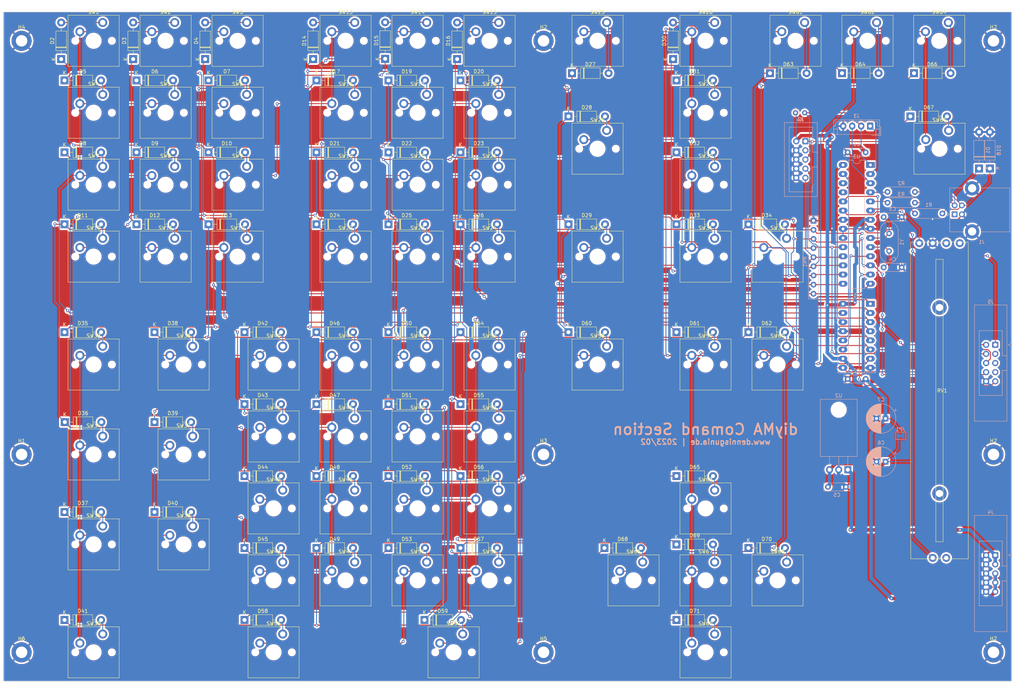
<source format=kicad_pcb>
(kicad_pcb (version 20221018) (generator pcbnew)
  (layers (0 "F.Cu" signal) (31 "B.Cu" signal) (34 "B.Paste" user) (35 "F.Paste" user) (36 "B.SilkS" user "B.Silkscreen") (37 "F.SilkS" user "F.Silkscreen") (38 "B.Mask" user) (39 "F.Mask" user) (44 "Edge.Cuts" user))
  (net 0 "")
  (net 1 "Net-(U3-PB6{slash}XTAL1)")
  (net 2 "MATRIX_1")
  (net 3 "MATRIX_2")
  (net 4 "MATRIX_A")
  (net 5 "Net-(U3-PB7{slash}XTAL2)")
  (net 6 "Net-(D2-A)")
  (net 7 "Net-(D3-A)")
  (net 8 "MATRIX_3")
  (net 9 "Net-(D4-A)")
  (net 10 "Net-(D5-A)")
  (net 11 "Net-(D6-A)")
  (net 12 "+5VA")
  (net 13 "/#USB_D-")
  (net 14 "MATRIX_B")
  (net 15 "Net-(D7-A)")
  (net 16 "MATRIX_7")
  (net 17 "MATRIX_8")
  (net 18 "ICSP_MOSI")
  (net 19 "Net-(D8-A)")
  (net 20 "Net-(D9-A)")
  (net 21 "Net-(D10-A)")
  (net 22 "GND")
  (net 23 "+5V")
  (net 24 "ANALOG_1")
  (net 25 "ICSP_MISO")
  (net 26 "ICSP_SCK")
  (net 27 "/#USB_D+")
  (net 28 "Net-(D11-A)")
  (net 29 "Net-(D12-A)")
  (net 30 "Net-(D13-A)")
  (net 31 "Net-(D14-A)")
  (net 32 "Net-(D15-A)")
  (net 33 "Net-(D16-A)")
  (net 34 "Net-(D17-A)")
  (net 35 "Net-(D19-A)")
  (net 36 "MATRIX_C")
  (net 37 "Net-(D20-A)")
  (net 38 "Net-(D21-A)")
  (net 39 "Net-(D22-A)")
  (net 40 "Net-(D23-A)")
  (net 41 "Net-(D24-A)")
  (net 42 "Net-(D25-A)")
  (net 43 "Net-(D26-A)")
  (net 44 "Net-(D27-A)")
  (net 45 "Net-(D28-A)")
  (net 46 "Net-(D29-A)")
  (net 47 "Net-(D30-A)")
  (net 48 "Net-(D31-A)")
  (net 49 "Net-(D32-A)")
  (net 50 "Net-(D33-A)")
  (net 51 "Net-(D34-A)")
  (net 52 "Net-(D35-A)")
  (net 53 "Net-(D36-A)")
  (net 54 "Net-(D37-A)")
  (net 55 "Net-(D38-A)")
  (net 56 "Net-(D39-A)")
  (net 57 "Net-(D40-A)")
  (net 58 "Net-(D41-A)")
  (net 59 "Net-(D42-A)")
  (net 60 "Net-(D43-A)")
  (net 61 "Net-(D44-A)")
  (net 62 "Net-(D45-A)")
  (net 63 "Net-(D46-A)")
  (net 64 "Net-(D47-A)")
  (net 65 "Net-(D48-A)")
  (net 66 "Net-(D49-A)")
  (net 67 "Net-(D50-A)")
  (net 68 "Net-(D51-A)")
  (net 69 "Net-(D52-A)")
  (net 70 "Net-(D53-A)")
  (net 71 "Net-(D54-A)")
  (net 72 "Net-(D55-A)")
  (net 73 "Net-(D56-A)")
  (net 74 "Net-(D57-A)")
  (net 75 "Net-(D58-A)")
  (net 76 "Net-(D59-A)")
  (net 77 "Net-(D60-A)")
  (net 78 "Net-(D61-A)")
  (net 79 "Net-(D62-A)")
  (net 80 "Net-(D63-A)")
  (net 81 "Net-(D64-A)")
  (net 82 "Net-(D65-A)")
  (net 83 "Net-(D66-A)")
  (net 84 "Net-(D67-A)")
  (net 85 "Net-(D68-A)")
  (net 86 "Net-(D69-A)")
  (net 87 "Net-(D70-A)")
  (net 88 "Net-(D71-A)")
  (net 91 "~{RESET}")
  (net 92 "RS232_RX")
  (net 93 "RS232_TX")
  (net 94 "+12V")
  (net 95 "USB_D+")
  (net 96 "USB_D-")
  (net 97 "MATRIX_E")
  (net 98 "MATRIX_F")
  (net 99 "MATRIX_G")
  (net 100 "MATRIX_D")
  (net 101 "MATRIX_I")
  (net 102 "MATRIX_H")
  (net 103 "SER_CLK")
  (net 104 "SER_LATCH")
  (net 105 "SER_DATA")
  (net 106 "USB_INT")
  (net 109 "ANALOG_2")
  (net 111 "ANALOG_3")
  (net 112 "ANALOG_4")
  (footprint "Diode_THT:D_DO-41_SOD81_P10.16mm_Horizontal" (layer "F.Cu") (at 106.92 181)
    (fp_text reference "D58")
    (fp_text value "1N4001")
  )
  (footprint "Diode_THT:D_DO-41_SOD81_P10.16mm_Horizontal" (layer "F.Cu") (at 246.92 161)
    (fp_text reference "D70")
    (fp_text value "1N4001")
  )
  (footprint "cherrymx:SW_Cherry_MX_PCB_1.00u" (layer "F.Cu") (at 155 20)
    (fp_text reference "SW14")
    (fp_text value "Switch_SW_DPST")
  )
  (footprint "cherrymx:SW_Cherry_MX_PCB_1.00u" (layer "F.Cu") (at 85 80)
    (fp_text reference "SW11")
    (fp_text value "Switch_SW_DPST")
  )
  (footprint "cherrymx:SW_Cherry_MX_PCB_1.00u" (layer "F.Cu") (at 205 20)
    (fp_text reference "SW25")
    (fp_text value "Switch_SW_DPST")
  )
  (footprint "MountingHole:MountingHole_3.2mm_M3_DIN965_Pad" (layer "F.Cu") (at 315 135)
    (fp_text reference "H2")
    (fp_text value "MountingHole")
  )
  (footprint "cherrymx:SW_Cherry_MX_PCB_1.00u" (layer "F.Cu") (at 115 190)
    (fp_text reference "SW56")
    (fp_text value "Switch_SW_DPST")
  )
  (footprint "Diode_THT:D_DO-41_SOD81_P10.16mm_Horizontal" (layer "F.Cu") (at 226.92 181)
    (fp_text reference "D71")
    (fp_text value "1N4001")
  )
  (footprint "Diode_THT:D_DO-41_SOD81_P10.16mm_Horizontal" (layer "F.Cu") (at 106.92 141)
    (fp_text reference "D44")
    (fp_text value "1N4001")
  )
  (footprint "Diode_THT:D_DO-41_SOD81_P10.16mm_Horizontal" (layer "F.Cu") (at 106.92 101)
    (fp_text reference "D42")
    (fp_text value "1N4001")
  )
  (footprint "cherrymx:SW_Cherry_MX_PCB_1.00u" (layer "F.Cu") (at 175 150)
    (fp_text reference "SW54")
    (fp_text value "Switch_SW_DPST")
  )
  (footprint "cherrymx:SW_Cherry_MX_PCB_1.00u" (layer "F.Cu") (at 105 40)
    (fp_text reference "SW6")
    (fp_text value "Switch_SW_DPST")
  )
  (footprint "Diode_THT:D_DO-41_SOD81_P10.16mm_Horizontal" (layer "F.Cu") (at 126 25.08 90)
    (fp_text reference "D14")
    (fp_text value "1N4001")
  )
  (footprint "cherrymx:SW_Cherry_MX_PCB_1.00u" (layer "F.Cu") (at 175 110)
    (fp_text reference "SW52")
    (fp_text value "Switch_SW_DPST")
  )
  (footprint "cherrymx:SW_Cherry_MX_PCB_1.00u" (layer "F.Cu") (at 155 60)
    (fp_text reference "SW20")
    (fp_text value "Switch_SW_DPST")
  )
  (footprint "cherrymx:SW_Cherry_MX_PCB_1.00u" (layer "F.Cu") (at 105 80)
    (fp_text reference "SW12")
    (fp_text value "Switch_SW_DPST")
  )
  (footprint "cherrymx:SW_Cherry_MX_PCB_1.00u" (layer "F.Cu") (at 65 160)
    (fp_text reference "SW35")
    (fp_text value "Switch_SW_DPST")
  )
  (footprint "Diode_THT:D_DO-41_SOD81_P10.16mm_Horizontal" (layer "F.Cu") (at 126.92 51)
    (fp_text reference "D21")
    (fp_text value "1N4001")
  )
  (footprint "cherrymx:SW_Cherry_MX_PCB_1.00u" (layer "F.Cu") (at 135 60)
    (fp_text reference "SW19")
    (fp_text value "Switch_SW_DPST")
  )
  (footprint "Diode_THT:D_DO-41_SOD81_P10.16mm_Horizontal" (layer "F.Cu") (at 81.92 151)
    (fp_text reference "D40")
    (fp_text value "1N4001")
  )
  (footprint "cherrymx:SW_Cherry_MX_PCB_1.00u" (layer "F.Cu") (at 235 20)
    (fp_text reference "SW28")
    (fp_text value "Switch_SW_DPST")
  )
  (footprint "cherrymx:SW_Cherry_MX_PCB_1.00u" (layer "F.Cu") (at 205 50)
    (fp_text reference "SW26")
    (fp_text value "Switch_SW_DPST")
  )
  (footprint "cherrymx:SW_Cherry_MX_PCB_1.00u" (layer "F.Cu") (at 135 20)
    (fp_text reference "SW13")
    (fp_text value "Switch_SW_DPST")
  )
  (footprint "Diode_THT:D_DO-41_SOD81_P10.16mm_Horizontal" (layer "F.Cu") (at 206.92 161)
    (fp_text reference "D68")
    (fp_text value "1N4001")
  )
  (footprint "Diode_THT:D_DO-41_SOD81_P10.16mm_Horizontal" (layer "F.Cu") (at 126.92 31)
    (fp_text reference "D17")
    (fp_text value "1N4001")
  )
  (footprint "Diode_THT:D_DO-41_SOD81_P10.16mm_Horizontal" (layer "F.Cu") (at 166.92 141)
    (fp_text reference "D56")
    (fp_text value "1N4001")
  )
  (footprint "cherrymx:SW_Cherry_MX_PCB_1.00u" (layer "F.Cu") (at 255 80)
    (fp_text reference "SW32")
    (fp_text value "Switch_SW_DPST")
  )
  (footprint "cherrymx:SW_Cherry_MX_PCB_1.00u" (layer "F.Cu") (at 65 20)
    (fp_text reference "SW1")
    (fp_text value "Switch_SW_DPST")
  )
  (footprint "Diode_THT:D_DO-41_SOD81_P10.16mm_Horizontal" (layer "F.Cu") (at 126.92 161)
    (fp_text reference "D49")
    (fp_text value "1N4001")
  )
  (footprint "cherrymx:SW_Cherry_MX_PCB_1.00u" (layer "F.Cu") (at 105 20)
    (fp_text reference "SW3")
    (fp_text value "Switch_SW_DPST")
  )
  (footprint "Diode_THT:D_DO-41_SOD81_P10.16mm_Horizontal" (layer "F.Cu") (at 196.92 101)
    (fp_text reference "D60")
    (fp_text value "1N4001")
  )
  (footprint "cherrymx:SW_Cherry_MX_PCB_1.00u" (layer "F.Cu") (at 175 80)
    (fp_text reference "SW24")
    (fp_text value "Switch_SW_DPST")
  )
  (footprint "Diode_THT:D_DO-41_SOD81_P10.16mm_Horizontal" (layer "F.Cu") (at 196.92 71)
    (fp_text reference "D29")
    (fp_text value "1N4001")
  )
  (footprint "cherrymx:SW_Cherry_MX_PCB_1.00u" (layer "F.Cu") (at 255 110)
    (fp_text reference "SW60")
    (fp_text value "Switch_SW_DPST")
  )
  (footprint "Diode_THT:D_DO-41_SOD81_P10.16mm_Horizontal" (layer "F.Cu") (at 166.92 51)
    (fp_text reference "D23")
    (fp_text value "1N4001")
  )
  (footprint "Diode_THT:D_DO-41_SOD81_P10.16mm_Horizontal" (layer "F.Cu") (at 146.92 141)
    (fp_text reference "D52")
    (fp_text value "1N4001")
  )
  (footprint "cherrymx:SW_Cherry_MX_PCB_1.00u" (layer "F.Cu") (at 255 170)
    (fp_text reference "SW68")
    (fp_text value "Switch_SW_DPST")
  )
  (footprint "Diode_THT:D_DO-41_SOD81_P10.16mm_Horizontal" (layer "F.Cu") (at 226 25.08 90)
    (fp_text reference "D30")
    (fp_text value "1N4001")
  )
  (footprint "cherrymx:SW_Cherry_MX_PCB_1.00u" (layer "F.Cu") (at 235 190)
    (fp_text reference "SW69")
    (fp_text value "Switch_SW_DPST")
  )
  (footprint "MountingHole:MountingHole_3.2mm_M3_DIN965_Pad" (layer "F.Cu") (at 190 190)
    (fp_text reference "H5")
    (fp_text value "MountingHole")
  )
  (footprint "Diode_THT:D_DO-41_SOD81_P10.16mm_Horizontal" (layer "F.Cu") (at 197.92 29)
    (fp_text reference "D27")
    (fp_text value "1N4001")
  )
  (footprint "Diode_THT:D_DO-41_SOD81_P10.16mm_Horizontal" (layer "F.Cu") (at 226.92 31)
    (fp_text reference "D31")
    (fp_text value "1N4001")
  )
  (footprint "cherrymx:SW_Cherry_MX_PCB_2.00u" (layer "F.Cu") (at 165 190)
    (fp_text reference "SW57")
    (fp_text value "Switch_SW_DPST")
  )
  (footprint "Diode_THT:D_DO-41_SOD81_P10.16mm_Horizontal" (layer "F.Cu") (at 246.92 101)
    (fp_text reference "D62")
    (fp_text value "1N4001")
  )
  (footprint "cherrymx:SW_Cherry_MX_PCB_1.00u" (layer "F.Cu") (at 65 40)
    (fp_text reference "SW4")
    (fp_text value "Switch_SW_DPST")
  )
  (footprint "cherrymx:SW_Cherry_MX_PCB_1.00u" (layer "F.Cu") (at 155 170)
    (fp_text reference "SW51")
    (fp_text value "Switch_SW_DPST")
  )
  (footprint "cherrymx:SW_Cherry_MX_PCB_1.00u" (layer "F.Cu") (at 65 135)
    (fp_text reference "SW34")
    (fp_text value "Switch_SW_DPST")
  )
  (footprint "Diode_THT:D_DO-41_SOD81_P10.16mm_Horizontal" (layer "F.Cu") (at 291.92 41)
    (fp_text reference "D67")
    (fp_text value "1N4001")
  )
  (footprint "cherrymx:SW_Cherry_MX_PCB_1.00u" (layer "F.Cu") (at 215 170)
    (fp_text reference "SW66")
    (fp_text value "Switch_SW_DPST")
  )
  (footprint "Diode_THT:D_DO-41_SOD81_P10.16mm_Horizontal" (layer "F.Cu") (at 146.92 51)
    (fp_text reference "D22")
    (fp_text value "1N4001")
  )
  (footprint "cherrymx:SW_Cherry_MX_PCB_1.00u" (layer "F.Cu") (at 135 40)
    (fp_text reference "SW16")
    (fp_text value "Switch_SW_DPST")
  )
  (footprint "Diode_THT:D_DO-41_SOD81_P10.16mm_Horizontal" (layer "F.Cu") (at 76.92 51)
    (fp_text reference "D9")
    (fp_text value "1N4001")
  )
  (footprint "cherrymx:SW_Cherry_MX_PCB_1.00u" (layer "F.Cu") (at 135 80)
    (fp_text reference "SW22")
    (fp_text value "Switch_SW_DPST")
  )
  (footprint "cherrymx:SW_Cherry_MX_PCB_1.00u" (layer "F.Cu") (at 155 40)
    (fp_text reference "SW17")
    (fp_text value "Switch_SW_DPST")
  )
  (footprint "MountingHole:MountingHole_3.2mm_M3_DIN965_Pad" (layer "F.Cu") (at 190 135)
    (fp_text reference "H3")
    (fp_text value "MountingHole")
  )
  (footprint "cherrymx:SW_Cherry_MX_PCB_1.00u" (layer "F.Cu") (at 155 150)
    (fp_text reference "SW50")
    (fp_text value "Switch_SW_DPST")
  )
  (footprint "cherrymx:SW_Cherry_MX_PCB_1.00u" (layer "F.Cu") (at 115 150)
    (fp_text reference "SW42")
    (fp_text value "Switch_SW_DPST")
  )
  (footprint "cherrymx:SW_Cherry_MX_PCB_1.00u" (layer "F.Cu") (at 300 50)
    (fp_text reference "SW65")
    (fp_text value "Switch_SW_DPST")
  )
  (footprint "Diode_THT:D_DO-41_SOD81_P10.16mm_Horizontal" (layer "F.Cu") (at 226.92 160)
    (fp_text reference "D69")
    (fp_text value "1N4001")
  )
  (footprint "cherrymx:SW_Cherry_MX_PCB_1.00u" (layer "F.Cu") (at 65 110)
    (fp_text reference "SW33")
    (fp_text value "Switch_SW_DPST")
  )
  (footprint "Diode_THT:D_DO-41_SOD81_P10.16mm_Horizontal" (layer "F.Cu") (at 76.92 31)
    (fp_text reference "D6")
    (fp_text value "1N4001")
  )
  (footprint "cherrymx:SW_Cherry_MX_PCB_1.00u" (layer "F.Cu") (at 175 130)
    (fp_text reference "SW53")
    (fp_text value "Switch_SW_DPST")
  )
  (footprint "cherrymx:SW_Cherry_MX_PCB_1.00u" (layer "F.Cu") (at 155 80)
    (fp_text reference "SW23")
    (fp_text value "Switch_SW_DPST")
  )
  (footprint "Diode_THT:D_DO-41_SOD81_P10.16mm_Horizontal" (layer "F.Cu") (at 156.92 181)
    (fp_text reference "D59")
    (fp_text value "1N4001")
  )
  (footprint "Diode_THT:D_DO-41_SOD81_P10.16mm_Horizontal" (layer "F.Cu") (at 96.92 71)
    (fp_text reference "D13")
    (fp_text value "1N4001")
  )
  (footprint "cherrymx:SW_Cherry_MX_PCB_1.00u" (layer "F.Cu") (at 205 110)
    (fp_text reference "SW58")
    (fp_text value "Switch_SW_DPST")
  )
  (footprint "cherrymx:SW_Cherry_MX_PCB_1.00u" (layer "F.Cu") (at 235 40)
    (fp_text reference "SW29")
    (fp_text value "Switch_SW_DPST")
  )
  (footprint "cherrymx:SW_Cherry_MX_PCB_1.00u" (layer "F.Cu") (at 90 110)
    (fp_text reference "SW36")
    (fp_text value "Switch_SW_DPST")
  )
  (footprint "cherrymx:SW_Cherry_MX_PCB_1.00u" (layer "F.Cu") (at 155 130)
    (fp_text reference "SW49")
    (fp_text value "Switch_SW_DPST")
  )
  (footprint "cherrymx:SW_Cherry_MX_PCB_1.00u" (layer "F.Cu") (at 135 130)
    (fp_text reference "SW45")
    (fp_text value "Switch_SW_DPST")
  )
  (footprint "Diode_THT:D_DO-41_SOD81_P10.16mm_Horizontal" (layer "F.Cu") (at 146.92 121)
    (fp_text reference "D51")
    (fp_text value "1N4001")
  )
  (footprint "cherrymx:SW_Cherry_MX_PCB_1.00u" (layer "F.Cu") (at 90 135)
    (fp_text reference "SW37")
    (fp_text value "Switch_SW_DPST")
  )
  (footprint "Diode_THT:D_DO-41_SOD81_P10.16mm_Horizontal" (layer "F.Cu") (at 56.92 51)
    (fp_text reference "D8")
    (fp_text value "1N4001")
  )
  (footprint "cherrymx:SW_Cherry_MX_PCB_1.00u" (layer "F.Cu") (at 105 60)
    (fp_text reference "SW9")
    (fp_text value "Switch_SW_DPST")
  )
  (footprint "cherrymx:SW_Cherry_MX_PCB_1.00u" (layer "F.Cu") (at 175 170)
    (fp_text reference "SW55")
    (fp_text value "Switch_SW_DPST")
  )
  (footprint "Diode_THT:D_DO-41_SOD81_P10.16mm_Horizontal" (layer "F.Cu") (at 106.92 161)
    (fp_text reference "D45")
    (fp_text value "1N4001")
  )
  (footprint "Diode_THT:D_DO-41_SOD81_P10.16mm_Horizontal" (layer "F.Cu") (at 252.92 29)
    (fp_text reference "D63")
    (fp_text value "1N4001")
  )
  (footprint "Diode_THT:D_DO-41_SOD81_P10.16mm_Horizontal" (layer "F.Cu") (at 126.92 121)
    (fp_text reference "D47")
    (fp_text value "1N4001")
  )
  (footprint "Diode_THT:D_DO-41_SOD81_P10.16mm_Horizontal" (layer "F.Cu") (at 56.92 31)
    (fp_text reference "D5")
    (fp_text value "1N4001")
  )
  (footprint "Diode_THT:D_DO-41_SOD81_P10.16mm_Horizontal" (layer "F.Cu") (at 146.92 161)
    (fp_text reference "D53")
    (fp_text value "1N4001")
  )
  (footprint "cherrymx:SW_Cherry_MX_PCB_1.00u" (layer "F.Cu") (at 175 20)
    (fp_text reference "SW15")
    (fp_text value "Switch_SW_DPST")
  )
  (footprint "Diode_THT:D_DO-41_SOD81_P10.16mm_Horizontal" (layer "F.Cu") (at 96.92 31)
    (fp_text reference "D7")
    (fp_text value "1N4001")
  )
  (footprint "Diode_THT:D_DO-41_SOD81_P10.16mm_Horizontal" (layer "F.Cu") (at 166.92 71)
    (fp_text reference "D26")
    (fp_text value "1N4001")
  )
  (footprint "cherrymx:SW_Cherry_MX_PCB_1.00u" (layer "F.Cu") (at 235 150)
    (fp_text reference "SW63")
    (fp_text value "Switch_SW_DPST")
  )
  (footprint "cherrymx:SW_Cherry_MX_PCB_1.00u" (layer "F.Cu") (at 85 60)
    (fp_text reference "SW8")
    (fp_text value "Switch_SW_DPST")
  )
  (footprint "cherrymx:SW_Cherry_MX_PCB_1.00u" (layer "F.Cu") (at 175 40)
    (fp_text reference "SW18")
    (fp_text value "Switch_SW_DPST")
  )
  (footprint "MountingHole:MountingHole_3.2mm_M3_DIN965_Pad" (layer "F.Cu") (at 190 20)
    (fp_text reference "H2")
    (fp_text value "MountingHole")
  )
  (footprint "Diode_THT:D_DO-41_SOD81_P10.16mm_Horizontal" (layer "F.Cu") (at 226.92 51)
    (fp_text reference "D32")
    (fp_text value "1N4001")
  )
  (footprint "MountingHole:MountingHole_3.2mm_M3_DIN965_Pad" (layer "F.Cu") (at 45 135)
    (fp_text reference "H1")
    (fp_text value "MountingHole")
  )
  (footprint "Diode_THT:D_DO-41_SOD81_P10.16mm_Horizontal" (layer "F.Cu") (at 56.92 181)
    (fp_text reference "D41")
    (fp_text value "1N4001")
  )
  (footprint "cherrymx:SW_Cherry_MX_PCB_1.00u" (layer "F.Cu") (at 280 20)
    (fp_text reference "SW62")
    (fp_text value "Switch_SW_DPST")
  )
  (footprint "cherrymx:SW_Cherry_MX_PCB_1.00u" (layer "F.Cu") (at 135 170)
    (fp_text reference "SW47")
    (fp_text value "Switch_SW_DPST")
  )
  (footprint "Diode_THT:D_DO-41_SOD81_P10.16mm_Horizontal" (layer "F.Cu") (at 292.92 29)
    (fp_text reference "D66")
    (fp_text value "1N4001")
  )
  (footprint "MountingHole:MountingHole_3.2mm_M3_DIN965_Pad" (layer "F.Cu") (at 45 20)
    (fp_text reference "H4")
    (fp_text value "MountingHole")
  )
  (footprint "Diode_THT:D_DO-41_SOD81_P10.16mm_Horizontal" (layer "F.Cu") (at 196.92 41)
    (fp_text reference "D28")
    (fp_text value "1N4001")
  )
  (footprint "cherrymx:SW_Cherry_MX_PCB_1.00u" (layer "F.Cu") (at 260 20)
    (fp_text reference "SW61")
    (fp_text value "Switch_SW_DPST")
  )
  (footprint "Diode_THT:D_DO-41_SOD81_P10.16mm_Horizontal" (layer "F.Cu") (at 166.92 161)
    (fp_text reference "D57")
    (fp_text value "1N4001")
  )
  (footprint "Diode_THT:D_DO-41_SOD81_P10.16mm_Horizontal" (layer "F.Cu") (at 126.92 101)
    (fp_text reference "D46")
    (fp_text value "1N4001")
  )
  (footprint "Diode_THT:D_DO-41_SOD81_P10.16mm_Horizontal" (layer "F.Cu") (at 272.92 29)
    (fp_text reference "D64")
    (fp_text value "1N4001")
  )
  (footprint "Diode_THT:D_DO-41_SOD81_P10.16mm_Horizontal" (layer "F.Cu") (at 96 25.08 90)
    (fp_text reference "D4")
    (fp_text value "1N4001")
  )
  (footprint "cherrymx:SW_Cherry_MX_PCB_1.00u" (layer "F.Cu") (at 115 170)
    (fp_text reference "SW43")
    (fp_text value "Switch_SW_DPST")
  )
  (footprint "Diode_THT:D_DO-41_SOD81_P10.16mm_Horizontal" (layer "F.Cu") (at 226.92 141)
    (fp_text reference "D65")
    (fp_text value "1N4001")
  )
  (footprint "Diode_THT:D_DO-41_SOD81_P10.16mm_Horizontal" (layer "F.Cu") (at 126.92 71)
    (fp_text reference "D24")
    (fp_text value "1N4001")
  )
  (footprint "cherrymx:SW_Cherry_MX_PCB_1.00u" (layer "F.Cu") (at 205 80)
    (fp_text reference "SW27")
    (fp_text value "Switch_SW_DPST")
  )
  (footprint "Diode_THT:D_DO-41_SOD81_P10.16mm_Horizontal" (layer "F.Cu") (at 56.92 101)
    (fp_text reference "D35")
    (fp_text value "1N4001")
  )
  (footprint "cherrymx:SW_Cherry_MX_PCB_1.00u" (layer "F.Cu") (at 115 110)
    (fp_text reference "SW40")
    (fp_text value "Switch_SW_DPST")
  )
  (footprint "MountingHole:MountingHole_3.2mm_M3_DIN965_Pad" (layer "F.Cu") (at 45 190)
    (fp_text reference "H6")
    (fp_text value "MountingHole")
  )
  (footprint "Diode_THT:D_DO-41_SOD81_P10.16mm_Horizontal" (layer "F.Cu") (at 106.92 121)
    (fp_text reference "D43")
    (fp_text value "1N4001")
  )
  (footprint "Diode_THT:D_DO-41_SOD81_P10.16mm_Horizontal" (layer "F.Cu") (at 76.92 71)
    (fp_text reference "D12")
    (fp_text value "1N4001")
  )
  (footprint "cherrymx:SW_Cherry_MX_PCB_1.00u" (layer "F.Cu") (at 235 80)
    (fp_text reference "SW31")
    (fp_text value "Switch_SW_DPST")
  )
  (footprint "MountingHole:MountingHole_3.2mm_M3_DIN965_Pad" (layer "F.Cu") (at 315 190)
    (fp_text reference "H2")
    (fp_text value "MountingHole")
  )
  (footprint "cherrymx:SW_Cherry_MX_PCB_1.00u" (layer "F.Cu") (at 299.92 20)
    (fp_text reference "SW64")
    (fp_text value "Switch_SW_DPST")
  )
  (footprint "Diode_THT:D_DO-41_SOD81_P10.16mm_Horizontal" (layer "F.Cu") (at 166.92 31)
    (fp_text reference "D20")
    (fp_text value "1N4001")
  )
  (footprint "MountingHole:MountingHole_3.2mm_M3_DIN965_Pad" (layer "F.Cu") (at 315 20)
    (fp_text reference "H2")
    (fp_text value "MountingHole")
  )
  (footprint "Diode_THT:D_DO-41_SOD81_P10.16mm_Horizontal" (layer "F.Cu") (at 226.92 71)
    (fp_text reference "D33")
    (fp_text value "1N4001")
  )
  (footprint "Diode_THT:D_DO-41_SOD81_P10.16mm_Horizontal" (layer "F.Cu") (at 246.92 71)
    (fp_text reference "D34")
    (fp_text value "1N4001")
  )
  (footprint "Diode_THT:D_DO-41_SOD81_P10.16mm_Horizontal" (layer "F.Cu") (at 166.92 121)
    (fp_text reference "D55")
    (fp_text value "1N4001")
  )
  (footprint "cherrymx:SW_Cherry_MX_PCB_1.00u" (layer "F.Cu") (at 65 80)
    (fp_text reference "SW10")
    (fp_text value "Switch_SW_DPST")
  )
  (footprint "Diode_THT:D_DO-41_SOD81_P10.16mm_Horizontal" (layer "F.Cu") (at 56 25.08 90)
    (fp_text reference "D2")
    (fp_text value "1N4001")
  )
  (footprint "Diode_THT:D_DO-41_SOD81_P10.16mm_Horizontal" (layer "F.Cu") (at 146 25 90)
    (fp_text reference "D15")
    (fp_text value "1N4001")
  )
  (footprint "Diode_THT:D_DO-41_SOD81_P10.16mm_Horizontal" (layer "F.Cu") (at 57 126)
    (fp_text reference "D36")
    (fp_text value "1N4001")
  )
  (footprint "Diode_THT:D_DO-41_SOD81_P10.16mm_Horizontal" (layer "F.Cu") (at 96.92 51)
    (fp_text reference "D10")
    (fp_text value "1N4001")
  )
  (footprint "cherrymx:SW_Cherry_MX_PCB_1.00u" (layer "F.Cu") (at 65 60)
    (fp_text reference "SW7")
    (fp_text value "Switch_SW_DPST")
  )
  (footprint "cherrymx:SW_Cherry_MX_PCB_1.00u" (layer "F.Cu") (at 90 160)
    (fp_text reference "SW38")
    (fp_text value "Switch_SW_DPST")
  )
  (footprint "Diode_THT:D_DO-41_SOD81_P10.16mm_Horizontal" (layer "F.Cu") (at 146.92 101)
    (fp_text reference "D50")
    (fp_text value "1N4001")
  )
  (footprint "Diode_THT:D_DO-41_SOD81_P10.16mm_Horizontal" (layer "F.Cu") (at 146.92 31)
    (fp_text reference "D19")
    (fp_text value "1N4001")
  )
  (footprint "cherrymx:SW_Cherry_MX_PCB_1.00u" (layer "F.Cu") (at 235 60)
    (fp_text reference "SW30")
    (fp_text value "Switch_SW_DPST")
  )
  (footprint "cherrymx:SW_Cherry_MX_PCB_1.00u" (layer "F.Cu") (at 175 60)
    (fp_text reference "SW21")
    (fp_text value "Switch_SW_DPST")
  )
  (footprint "Diode_THT:D_DO-41_SOD81_P10.16mm_Horizontal" (layer "F.Cu") (at 81.92 101)
    (fp_text reference "D38")
    (fp_text value "1N4001")
  )
  (footprint "Diode_THT:D_DO-41_SOD81_P10.16mm_Horizontal" (layer "F.Cu") (at 126.92 141)
    (fp_text reference "D48")
    (fp_text value "1N4001")
  )
  (footprint "cherrymx:SW_Cherry_MX_PCB_1.00u" (layer "F.Cu") (at 235 170)
    (fp_text reference "SW67")
    (fp_text value "Switch_SW_DPST")
  )
  (footprint "Diode_THT:D_DO-41_SOD81_P10.16mm_Horizontal" (layer "F.Cu") (at 76 25.08 90)
    (fp_text reference "D3")
    (fp_text value "1N4001")
  )
  (footprint "Diode_THT:D_DO-41_SOD81_P10.16mm_Horizontal" (layer "F.Cu") (at 166.92 101)
    (fp_text reference "D54")
    (fp_text value "1N4001")
  )
  (footprint "Diode_THT:D_DO-41_SOD81_P10.16mm_Horizontal" (layer "F.Cu") (at 56.92 71)
    (fp_text reference "D11")
    (fp_text value "1N4001")
  )
  (footprint "Diode_THT:D_DO-41_SOD81_P10.16mm_Horizontal" (layer "F.Cu") (at 56.92 151)
    (fp_text reference "D37")
    (fp_text value "1N4001")
  )
  (footprint "cherrymx:SW_Cherry_MX_PCB_1.00u" (layer "F.Cu") (at 135 150)
    (fp_text reference "SW46")
    (fp_text value "Switch_SW_DPST")
  )
  (footprint "cherrymx:SW_Cherry_MX_PCB_1.00u" (layer "F.Cu") (at 115 130)
    (fp_text reference "SW41")
    (fp_text value "Switch_SW_DPST")
  )
  (footprint "cherrymx:SW_Cherry_MX_PCB_1.00u" (layer "F.Cu") (at 85 40)
    (fp_text reference "SW5")
    (fp_text value "Switch_SW_DPST")
  )
  (footprint "Diode_THT:D_DO-41_SOD81_P10.16mm_Horizontal" (layer "F.Cu") (at 146.92 71)
    (fp_text reference "D25")
    (fp_text value "1N4001")
  )
  (footprint "Diode_THT:D_DO-41_SOD81_P10.16mm_Horizontal" (layer "F.Cu") (at 226.92 101)
    (fp_text reference "D61")
    (fp_text value "1N4001")
  )
  (footprint "w_conn_av:RS60N12-LIN10K" (layer "F.Cu") (at 300 120)
    (fp_text reference "RV1")
    (fp_text value "10K LIN")
  )
  (footprint "cherrymx:SW_Cherry_MX_PCB_1.00u" (layer "F.Cu") (at 135 110)
    (fp_text reference "SW44")
    (fp_text value "Switch_SW_DPST")
  )
  (footprint "Diode_THT:D_DO-41_SOD81_P10.16mm_Horizontal" (layer "F.Cu") (at 81.92 126)
    (fp_text reference "D39")
    (fp_text value "1N4001")
  )
  (footprint "cherrymx:SW_Cherry_MX_PCB_1.00u" (layer "F.Cu") (at 65 190)
    (fp_text reference "SW39")
    (fp_text value "Switch_SW_DPST")
  )
  (footprint "cherrymx:SW_Cherry_MX_PCB_1.00u" (layer "F.Cu") (at 155 110)
    (fp_text reference "SW48")
    (fp_text value "Switch_SW_DPST")
  )
  (footprint "Diode_THT:D_DO-41_SOD81_P10.16mm_Horizontal" (layer "F.Cu") (at 166 25.08 90)
    (fp_text reference "D16")
    (fp_text value "1N4001")
  )
  (footprint "cherrymx:SW_Cherry_MX_PCB_1.00u" (layer "F.Cu") (at 235 110)
    (fp_text reference "SW59")
    (fp_text value "Switch_SW_DPST")
  )
  (footprint "cherrymx:SW_Cherry_MX_PCB_1.00u" (layer "F.Cu") (at 85 20)
    (fp_text reference "SW2")
    (fp_text value "Switch_SW_DPST")
  )
  (footprint "Connector_IDC:IDC-Header_2x05_P2.54mm_Latch_Vertical" (layer "B.Cu") (at 315.5 163 180)
    (fp_text reference "J4")
    (fp_text value "Conn_02x05_Odd_Even")
  )
  (footprint "Connector_IDC:IDC-Header_2x05_P2.54mm_Latch_Vertical" (layer "B.Cu") (at 315.5 104.5 180)
    (fp_text reference "J5")
    (fp_text value "Conn_02x05_Odd_Even")
  )
  (footprint "Diode_THT:D_DO-41_SOD81_P10.16mm_Horizontal" (layer "B.Cu") (at 314 55.5 90)
    (fp_text reference "D18")
    (fp_text value "3V6")
  )
  (footprint "Connector_USB:USB_B_Lumberg_2411_02_Horizontal" (layer "B.Cu") (at 304.2125 68.25)
    (fp_text reference "J1")
    (fp_text value "USB_B")
  )
  (footprint "Resistor_THT:R_Axial_DIN0204_L3.6mm_D1.6mm_P2.54mm_Vertical" (layer "B.Cu") (at 260 40)
    (fp_text reference "R4")
    (fp_text value "10k")
  )
  (footprint "Capacitor_THT:C_Rect_L7.0mm_W2.0mm_P5.00mm" (layer "B.Cu") (at 279.5 51 180)
    (fp_text reference "C1")
    (fp_text value "100nF")
  )
  (footprint "Connector_IDC:IDC-Header_2x05_P2.54mm_Vertical" (layer "B.Cu") (at 262.7525 47.92 180)
    (fp_text reference "J2")
    (fp_text value "Conn_02x05_Odd_Even")
  )
  (footprint "Resistor_THT:R_Axial_DIN0207_L6.3mm_D2.5mm_P7.62mm_Horizontal" (layer "B.Cu") (at 293.19 65 180)
    (fp_text reference "R3")
    (fp_text value "68")
  )
  (footprint "Jumper:SolderJumper-2_P1.3mm_Bridged_Pad1.0x1.5mm" (layer "B.Cu") (at 289.19 129.808 180)
    (fp_text reference "JP1")
    (fp_text value "Jumper_2_Bridged")
  )
  (footprint "Capacitor_THT:CP_Radial_D8.0mm_P2.50mm" (layer "B.Cu") (at 285 137 180)
    (fp_text reference "C6")
    (fp_text value "100uF")
  )
  (footprint "Crystal:Crystal_HC18-U_Vertical" (layer "B.Cu") (at 286 78.45 90)
    (fp_text reference "Y1")
    (fp_text value "16MHz")
  )
  (footprint "Resistor_THT:R_Axial_DIN0207_L6.3mm_D2.5mm_P7.62mm_Horizontal" (layer "B.Cu") (at 300.81 68 180)
    (fp_text reference "R1")
    (fp_text value "2k2")
  )
  (footprint "Diode_THT:D_DO-41_SOD81_P10.16mm_Horizontal" (layer "B.Cu") (at 311 55.5 90)
    (fp_text reference "D1")
    (fp_text value "3V6")
  )
  (footprint "Capacitor_THT:C_Rect_L7.0mm_W2.0mm_P5.00mm" (layer "B.Cu") (at 289.5 69 180)
    (fp_text reference "C3")
    (fp_text value "33pF")
  )
  (footprint "Package_TO_SOT_THT:TO-220-3_Horizontal_TabDown" (layer "B.Cu") (at 274.54 139.23 180)
    (fp_text reference "U2")
    (fp_text value "L7805")
  )
  (footprint "Connector_JST:JST_EH_B4B-EH-A_1x04_P2.50mm_Vertical" (layer "B.Cu") (at 280.75 43.7 180)
    (fp_text reference "J3")
    (fp_text value "Conn_01x04_Male")
  )
  (footprint "Resistor_THT:R_Array_SIP9" (layer "B.Cu") (at 265 70 -90)
    (fp_text reference "RN1")
    (fp_text value "R_Network08")
  )
  (footprint "Package_DIP:DIP-28_W7.62mm_LongPads" (layer "B.Cu") (at 280.825 54.5 180)
    (fp_text reference "U3")
    (fp_text value "ATmega8-16P")
  )
  (footprint "Capacitor_THT:CP_Radial_D8.0mm_P2.50mm" (layer "B.Cu") (at 285 125 180)
    (fp_text reference "C7")
    (fp_text value "100uF")
  )
  (footprint "Resistor_THT:R_Axial_DIN0207_L6.3mm_D2.5mm_P7.62mm_Horizontal" (layer "B.Cu") (at 293.19 62 180)
    (fp_text reference "R2")
    (fp_text value "68")
  )
  (footprint "Capacitor_THT:C_Rect_L7.0mm_W2.0mm_P5.00mm" (layer "B.Cu") (at 279.5 114 180)
    (fp_text reference "C2")
    (fp_text value "100nF")
  )
  (footprint "Package_DIP:DIP-16_W7.62mm_Socket_LongPads" (layer "B.Cu") (at 280.8 93.125 180)
    (fp_text reference "U1")
    (fp_text value "74HC595")
  )
  (footprint "Capacitor_THT:C_Rect_L7.0mm_W2.0mm_P5.00mm" (layer "B.Cu") (at 269 144)
    (fp_text reference "C5")
    (fp_text value "100nF")
  )
  (footprint "Capacitor_THT:C_Rect_L7.0mm_W2.0mm_P5.00mm" (layer "B.Cu") (at 289.5 83 180)
    (fp_text reference "C4")
    (fp_text value "33pF")
  )
  (gr_rect (start 40 12) (end 320 198) (stroke (width 0.1)) (fill none) (layer "Edge.Cuts"))
  (gr_text "diyMA Comand Section" (at 235 128) (layer "B.SilkS") (effects (font (size 3 3) (thickness 0.5)) (justify mirror)))
  (gr_text "www.dennisgunia.de | 2023/02" (at 235 131.5) (layer "B.SilkS") (effects (font (size 1.5 1.5) (thickness 0.3)) (justify mirror)))
  (segment (start 284.73 74.82) (end 286 73.55) (width 0.25) (layer "F.Cu") (net 1))
  (segment (start 280.825 74.82) (end 284.73 74.82) (width 0.25) (layer "F.Cu") (net 1))
  (segment (start 286 70.5) (end 284.5 69) (width 0.25) (layer "B.Cu") (net 1))
  (segment (start 286 73.55) (end 286 70.5) (width 0.25) (layer "B.Cu") (net 1))
  (segment (start 98.924511 99.575489) (end 103.575489 99.575489) (width 0.25) (layer "F.Cu") (net 2))
  (segment (start 148.344511 122.424511) (end 146.92 121) (width 0.25) (layer "F.Cu") (net 2))
  (segment (start 100.82 90.32) (end 98.344511 87.844511) (width 0.25) (layer "F.Cu") (net 2))
  (segment (start 149.220305 33.300305) (end 146.92 31) (width 0.25) (layer "F.Cu") (net 2))
  (segment (start 197.92 32.605305) (end 196.800305 33.725) (width 0.25) (layer "F.Cu") (net 2))
  (segment (start 199.344511 27.575489) (end 197.92 29) (width 0.25) (layer "F.Cu") (net 2))
  (segment (start 278.025 90.32) (end 280.825 87.52) (width 0.25) (layer "F.Cu") (net 2))
  (segment (start 196.199695 33.725) (end 195.775 33.300305) (width 0.25) (layer "F.Cu") (net 2))
  (segment (start 94.92 49) (end 96.92 51) (width 0.25) (layer "F.Cu") (net 2))
  (segment (start 103.575489 99.575489) (end 105 101) (width 0.25) (layer "F.Cu") (net 2))
  (segment (start 114 123.5) (end 107 123.5) (width 0.25) (layer "F.Cu") (net 2))
  (segment (start 271.495489 27.575489) (end 199.344511 27.575489) (width 0.25) (layer "F.Cu") (net 2))
  (segment (start 265 90.32) (end 278.025 90.32) (width 0.25) (layer "F.Cu") (net 2))
  (segment (start 196.800305 33.725) (end 196.199695 33.725) (width 0.25) (layer "F.Cu") (net 2))
  (segment (start 58.344511 99.575489) (end 98.924511 99.575489) (width 0.25) (layer "F.Cu") (net 2))
  (segment (start 197.92 29) (end 197.92 32.605305) (width 0.25) (layer "F.Cu") (net 2))
  (segment (start 114.625969 122.874031) (end 114.5 123) (width 0.25) (layer "F.Cu") (net 2))
  (segment (start 265 90.32) (end 100.82 90.32) (width 0.25) (layer "F.Cu") (net 2))
  (segment (start 146.92 121) (end 145.045969 122.874031) (width 0.25) (layer "F.Cu") (net 2))
  (segment (start 145.045969 122.874031) (end 114.625969 122.874031) (width 0.25) (layer "F.Cu") (net 2))
  (segment (start 162.075489 122.424511) (end 148.344511 122.424511) (width 0.25) (layer "F.Cu") (net 2))
  (segment (start 96.92 51) (end 98.344511 49.575489) (width 0.25) (layer "F.Cu") (net 2))
  (segment (start 98.344511 49.575489) (end 145.301873 49.575489) (width 0.25) (layer "F.Cu") (net 2))
  (segment (start 59.5 49) (end 94.92 49) (width 0.25) (layer "F.Cu") (net 2))
  (segment (start 162.5 122) (end 162.075489 122.424511) (width 0.25) (layer "F.Cu") (net 2))
  (segment (start 272.92 29) (end 271.495489 27.575489) (width 0.25) (layer "F.Cu") (net 2))
  (segment (start 56.92 101) (end 58.344511 99.575489) (width 0.25) (layer "F.Cu") (net 2))
  (segment (start 114.5 123) (end 114 123.5) (width 0.25) (layer "F.Cu") (net 2))
  (segment (start 195.775 33.300305) (end 149.220305 33.300305) (width 0.25) (layer "F.Cu") (net 2))
  (segment (start 145.301873 49.575489) (end 145.445494 49.431868) (width 0.25) (layer "F.Cu") (net 2))
  (via (at 145.445494 49.431868) (size 0.8) (drill 0.4) (layers "F.Cu" "B.Cu") (net 2))
  (via (at 98.924511 99.575489) (size 0.8) (drill 0.4) (layers "F.Cu" "B.Cu") (net 2))
  (via (at 162.5 122) (size 0.8) (drill 0.4) (layers "F.Cu" "B.Cu") (net 2))
  (via (at 98.344511 87.844511) (size 0.8) (drill 0.4) (layers "F.Cu" "B.Cu") (net 2))
  (via (at 105 101) (size 0.8) (drill 0.4) (layers "F.Cu" "B.Cu") (net 2))
  (via (at 59.5 49) (size 0.8) (drill 0.4) (layers "F.Cu" "B.Cu") (net 2))
  (via (at 107 123.5) (size 0.8) (drill 0.4) (layers "F.Cu" "B.Cu") (net 2))
  (segment (start 105 101) (end 105 119.08) (width 0.25) (layer "B.Cu") (net 2))
  (segment (start 98.344511 98.995489) (end 98.924511 99.575489) (width 0.25) (layer "B.Cu") (net 2))
  (segment (start 145.445494 49.431868) (end 146.92 47.957362) (width 0.25) (layer "B.Cu") (net 2))
  (segment (start 146.92 47.957362) (end 146.92 31) (width 0.25) (layer "B.Cu") (net 2))
  (segment (start 156.92 181) (end 162.5 175.42) (width 0.25) (layer "B.Cu") (net 2))
  (segment (start 107 123.5) (end 106.92 123.42) (width 0.25) (layer "B.Cu") (net 2))
  (segment (start 105 119.08) (end 106.92 121) (width 0.25) (layer "B.Cu") (net 2))
  (segment (start 58.344511 47.844511) (end 59.5 49) (width 0.25) (layer "B.Cu") (net 2))
  (segment (start 98.344511 52.424511) (end 98.344511 87.844511) (width 0.25) (layer "B.Cu") (net 2))
  (segment (start 98.344511 87.844511) (end 98.344511 98.995489) (width 0.25) (layer "B.Cu") (net 2))
  (segment (start 56 25.08) (end 58.344511 27.424511) (width 0.25) (layer "B.Cu") (net 2))
  (segment (start 58.344511 27.424511) (end 58.344511 47.844511) (width 0.25) (layer "B.Cu") (net 2))
  (segment (start 96.92 51) (end 98.344511 52.424511) (width 0.25) (layer "B.Cu") (net 2))
  (segment (start 162.5 175.42) (end 162.5 122) (width 0.25) (layer "B.Cu") (net 2))
  (segment (start 106.92 123.42) (end 106.92 121) (width 0.25) (layer "B.Cu") (net 2))
  (segment (start 58.344511 72.424511) (end 56.92 71) (width 0.25) (layer "F.Cu") (net 3))
  (segment (start 265 87.78) (end 194.28 87.78) (width 0.25) (layer "F.Cu") (net 3))
  (segment (start 272.945 87.78) (end 273.205 87.52) (width 0.25) (layer "F.Cu") (net 3))
  (segment (start 183.299989 142.424511) (end 184.2245 141.5) (width 0.25) (layer "F.Cu") (net 3))
  (segment (start 145.495489 142.424511) (end 108.344511 142.424511) (width 0.25) (layer "F.Cu") (net 3))
  (segment (start 146.92 141) (end 148.344511 142.424511) (width 0.25) (layer "F.Cu") (net 3))
  (segment (start 54.24 70.88) (end 54.36 71) (width 0.25) (layer "F.Cu") (net 3))
  (segment (start 73.075489 72.424511) (end 58.344511 72.424511) (width 0.25) (layer "F.Cu") (net 3))
  (segment (start 265 87.78) (end 272.945 87.78) (width 0.25) (layer "F.Cu") (net 3))
  (segment (start 74.5 71) (end 73.075489 72.424511) (width 0.25) (layer "F.Cu") (net 3))
  (segment (start 148.344511 142.424511) (end 183.299989 142.424511) (width 0.25) (layer "F.Cu") (net 3))
  (segment (start 195.924511 32.424511) (end 196.5 33) (width 0.25) (layer "F.Cu") (net 3))
  (segment (start 168.344511 32.424511) (end 195.924511 32.424511) (width 0.25) (layer "F.Cu") (net 3))
  (segment (start 146.92 141) (end 145.495489 142.424511) (width 0.25) (layer "F.Cu") (net 3))
  (segment (start 226.92 141) (end 184.7245 141) (width 0.25) (layer "F.Cu") (net 3))
  (segment (start 194.28 87.78) (end 194 87.5) (width 0.25) (layer "F.Cu") (net 3))
  (segment (start 184.7245 141) (end 184.2245 141.5) (width 0.25) (layer "F.Cu") (net 3))
  (segment (start 166.92 31) (end 168.344511 32.424511) (width 0.25) (layer "F.Cu") (net 3))
  (segment (start 185 101) (end 196.92 101) (width 0.25) (layer "F.Cu") (net 3))
  (segment (start 184.5 101.5) (end 185 101) (width 0.25) (layer "F.Cu") (net 3))
  (segment (start 58.5 127.5) (end 106 127.5) (width 0.25) (layer "F.Cu") (net 3))
  (segment (start 57 126) (end 58.5 127.5) (width 0.25) (layer "F.Cu") (net 3))
  (segment (start 54.36 71) (end 56.92 71) (width 0.25) (layer "F.Cu") (net 3))
  (segment (start 108.344511 142.424511) (end 106.92 141) (width 0.25) (layer "F.Cu") (net 3))
  (via (at 196.5 33) (size 0.8) (drill 0.4) (layers "F.Cu" "B.Cu") (net 3))
  (via (at 54.24 70.88) (size 0.8) (drill 0.4) (layers "F.Cu" "B.Cu") (net 3))
  (via (at 194 87.5) (size 0.8) (drill 0.4) (layers "F.Cu" "B.Cu") (net 3))
  (via (at 184.5 101.5) (size 0.8) (drill 0.4) (layers "F.Cu" "B.Cu") (net 3))
  (via (at 74.5 71) (size 0.8) (drill 0.4) (layers "F.Cu" "B.Cu") (net 3))
  (via (at 106 127.5) (size 0.8) (drill 0.4) (layers "F.Cu" "B.Cu") (net 3))
  (via (at 184.2245 141.5) (size 0.8) (drill 0.4) (layers "F.Cu" "B.Cu") (net 3))
  (segment (start 183.94952 141.22502) (end 183.94952 112) (width 0.25) (layer "B.Cu") (net 3))
  (segment (start 194.5 87) (end 194.5 43.42) (width 0.25) (layer "B.Cu") (net 3))
  (segment (start 196.5 33) (end 196.92 33.42) (width 0.25) (layer "B.Cu") (net 3))
  (segment (start 75.495489 70.004511) (end 74.5 71) (width 0.25) (layer "B.Cu") (net 3))
  (segment (start 76 25.08) (end 75.495489 25.584511) (width 0.25) (layer "B.Cu") (net 3))
  (segment (start 194.5 98.58) (end 194.5 87) (width 0.25) (layer "B.Cu") (net 3))
  (segment (start 184.224511 101.775489) (end 184.5 101.5) (width 0.25) (layer "B.Cu") (net 3))
  (segment (start 184.224511 111.725009) (end 184.224511 101.775489) (width 0.25) (layer "B.Cu") (net 3))
  (segment (start 75.495489 25.584511) (end 75.495489 70.004511) (width 0.25) (layer "B.Cu") (net 3))
  (segment (start 57 126) (end 55.495 124.495) (width 0.25) (layer "B.Cu") (net 3))
  (segment (start 194 87.5) (end 194.5 87) (width 0.25) (layer "B.Cu") (net 3))
  (segment (start 183.94952 112) (end 184.224511 111.725009) (width 0.25) (layer "B.Cu") (net 3))
  (segment (start 106 127.5) (end 106.92 128.42) (width 0.25) (layer "B.Cu") (net 3))
  (segment (start 54.24 92.5) (end 54.24 70.88) (width 0.25) (layer "B.Cu") (net 3))
  (segment (start 196.92 33.42) (end 196.92 41) (width 0.25) (layer "B.Cu") (net 3))
  (segment (start 55.495 93.755) (end 54.24 92.5) (width 0.25) (layer "B.Cu") (net 3))
  (segment (start 106.92 128.42) (end 106.92 141) (width 0.25) (layer "B.Cu") (net 3))
  (segment (start 184.2245 141.5) (end 183.94952 141.22502) (width 0.25) (layer "B.Cu") (net 3))
  (segment (start 55.495 124.495) (end 55.495 93.755) (width 0.25) (layer "B.Cu") (net 3))
  (segment (start 194.5 43.42) (end 196.92 41) (width 0.25) (layer "B.Cu") (net 3))
  (segment (start 196.92 101) (end 194.5 98.58) (width 0.25) (layer "B.Cu") (net 3))
  (segment (start 273.18 95.665) (end 58.4405 95.665) (width 0.25) (layer "F.Cu") (net 4))
  (segment (start 61.19 57.46) (end 81.19 57.46) (width 0.25) (layer "F.Cu") (net 4))
  (segment (start 58.4405 95.665) (end 57.7755 95) (width 0.25) (layer "F.Cu") (net 4))
  (segment (start 61.19 17.46) (end 81.19 17.46) (width 0.25) (layer "F.Cu") (net 4))
  (segment (start 81.19 37.46) (end 101.19 37.46) (width 0.25) (layer "F.Cu") (net 4))
  (segment (start 61.19 37.46) (end 81.19 37.46) (width 0.25) (layer "F.Cu") (net 4))
  (segment (start 81.19 17.46) (end 101.19 17.46) (width 0.25) (layer "F.Cu") (net 4))
  (via (at 57.7755 95) (size 0.8) (drill 0.4) (layers "F.Cu" "B.Cu") (net 4))
  (segment (start 59.422234 57.46) (end 61.19 57.46) (width 0.25) (layer "B.Cu") (net 4))
  (segment (start 61.19 17.46) (end 61.19 37.46) (width 0.25) (layer "B.Cu") (net 4))
  (segment (start 55.495489 92.719989) (end 55.495489 61.386745) (width 0.25) (layer "B.Cu") (net 4))
  (segment (start 61.19 37.46) (end 61.19 57.46) (width 0.25) (layer "B.Cu") (net 4))
  (segment (start 55.495489 61.386745) (end 59.422234 57.46) (width 0.25) (layer "B.Cu") (net 4))
  (segment (start 57.7755 95) (end 55.495489 92.719989) (width 0.25) (layer "B.Cu") (net 4))
  (segment (start 280.825 77.36) (end 284.91 77.36) (width 0.25) (layer "F.Cu") (net 5))
  (segment (start 284.91 77.36) (end 286 78.45) (width 0.25) (layer "F.Cu") (net 5))
  (segment (start 286 78.45) (end 286 81.5) (width 0.25) (layer "B.Cu") (net 5))
  (segment (start 286 81.5) (end 284.5 83) (width 0.25) (layer "B.Cu") (net 5))
  (segment (start 56 14.92) (end 67.54 14.92) (width 0.25) (layer "F.Cu") (net 6))
  (segment (start 76 14.92) (end 87.54 14.92) (width 0.25) (layer "F.Cu") (net 7))
  (segment (start 224.92 99) (end 196 99) (width 0.25) (layer "F.Cu") (net 8))
  (segment (start 226.92 101) (end 224.92 99) (width 0.25) (layer "F.Cu") (net 8))
  (segment (start 195.76 85.24) (end 195.5 85.5) (width 0.25) (layer "F.Cu") (net 8))
  (segment (start 95.7245 68.5) (end 126.5 68.5) (width 0.25) (layer "F.Cu") (net 8))
  (segment (start 106.92 161) (end 108.344511 162.424511) (width 0.25) (layer "F.Cu") (net 8))
  (segment (start 74.92 69) (end 76.92 71) (width 0.25) (layer "F.Cu") (net 8))
  (segment (start 58.344511 152.424511) (end 105.924511 152.424511) (width 0.25) (layer "F.Cu") (net 8))
  (segment (start 108.344511 162.424511) (end 145.495489 162.424511) (width 0.25) (layer "F.Cu") (net 8))
  (segment (start 95.7245 68.5) (end 75.42 68.5) (width 0.25) (layer "F.Cu") (net 8))
  (segment (start 56.92 151) (end 58.344511 152.424511) (width 0.25) (layer "F.Cu") (net 8))
  (segment (start 196.92 71) (end 195.495489 69.575489) (width 0.25) (layer "F.Cu") (net 8))
  (segment (start 60.5 69) (end 74.92 69) (width 0.25) (layer "F.Cu") (net 8))
  (segment (start 75.42 68.5) (end 74.92 69) (width 0.25) (layer "F.Cu") (net 8))
  (segment (start 265.26 84.98) (end 265 85.24) (width 0.25) (layer "F.Cu") (net 8))
  (segment (start 289.447701 32.472299) (end 250.472299 32.472299) (width 0.25) (layer "F.Cu") (net 8))
  (segment (start 258.26 85.24) (end 195.76 85.24) (width 0.25) (layer "F.Cu") (net 8))
  (segment (start 105.924511 152.424511) (end 106 152.5) (width 0.25) (layer "F.Cu") (net 8))
  (segment (start 292.92 29) (end 289.447701 32.472299) (width 0.25) (layer "F.Cu") (net 8))
  (segment (start 195.495489 69.575489) (end 127.575489 69.575489) (width 0.25) (layer "F.Cu") (net 8))
  (segment (start 127.575489 69.575489) (end 126.5 68.5) (width 0.25) (layer "F.Cu") (net 8))
  (segment (start 145.495489 162.424511) (end 146.92 161) (width 0.25) (layer "F.Cu") (net 8))
  (segment (start 273.205 84.98) (end 265.26 84.98) (width 0.25) (layer "F.Cu") (net 8))
  (segment (start 265 85.24) (end 258.26 85.24) (width 0.25) (layer "F.Cu") (net 8))
  (via (at 250.472299 32.472299) (size 0.8) (drill 0.4) (layers "F.Cu" "B.Cu") (net 8))
  (via (at 195.5 85.5) (size 0.8) (drill 0.4) (layers "F.Cu" "B.Cu") (net 8))
  (via (at 95.7245 68.5) (size 0.8) (drill 0.4) (layers "F.Cu" "B.Cu") (net 8))
  (via (at 196 99) (size 0.8) (drill 0.4) (layers "F.Cu" "B.Cu") (net 8))
  (via (at 126.5 68.5) (size 0.8) (drill 0.4) (layers "F.Cu" "B.Cu") (net 8))
  (via (at 60.5 69) (size 0.8) (drill 0.4) (layers "F.Cu" "B.Cu") (net 8))
  (via (at 106 152.5) (size 0.8) (drill 0.4) (layers "F.Cu" "B.Cu") (net 8))
  (via (at 258.26 85.24) (size 0.8) (drill 0.4) (layers "F.Cu" "B.Cu") (net 8))
  (segment (start 250.472299 32.472299) (end 250.472299 71.336582) (width 0.25) (layer "B.Cu") (net 8))
  (segment (start 95.495489 68.270989) (end 95.7245 68.5) (width 0.25) (layer "B.Cu") (net 8))
  (segment (start 195 86) (end 195 74.5) (width 0.25) (layer "B.Cu") (net 8))
  (segment (start 250.472299 71.336582) (end 258 78.864283) (width 0.25) (layer "B.Cu") (net 8))
  (segment (start 126.5 68.5) (end 126.92 68.08) (width 0.25) (layer "B.Cu") (net 8))
  (segment (start 195 74.5) (end 196.92 72.58) (width 0.25) (layer "B.Cu") (net 8))
  (segment (start 196 99) (end 195 98) (width 0.25) (layer "B.Cu") (net 8))
  (segment (start 106.92 153.42) (end 106.92 161) (width 0.25) (layer "B.Cu") (net 8))
  (segment (start 258 78.864283) (end 258 84.98) (width 0.25) (layer "B.Cu") (net 8))
  (segment (start 96 25.08) (end 95.495489 25.584511) (width 0.25) (layer "B.Cu") (net 8))
  (segment (start 195 98) (end 195 86) (width 0.25) (layer "B.Cu") (net 8))
  (segment (start 106 152.5) (end 106.92 153.42) (width 0.25) (layer "B.Cu") (net 8))
  (segment (start 195.5 85.5) (end 195 86) (width 0.25) (layer "B.Cu") (net 8))
  (segment (start 58.5 149.42) (end 58.5 71) (width 0.25) (layer "B.Cu") (net 8))
  (segment (start 126.92 68.08) (end 126.92 51) (width 0.25) (layer "B.Cu") (net 8))
  (segment (start 258 84.98) (end 258.26 85.24) (width 0.25) (layer "B.Cu") (net 8))
  (segment (start 56.92 151) (end 58.5 149.42) (width 0.25) (layer "B.Cu") (net 8))
  (segment (start 58.5 71) (end 60.5 69) (width 0.25) (layer "B.Cu") (net 8))
  (segment (start 95.495489 25.584511) (end 95.495489 68.270989) (width 0.25) (layer "B.Cu") (net 8))
  (segment (start 196.92 72.58) (end 196.92 71) (width 0.25) (layer "B.Cu") (net 8))
  (segment (start 96 14.92) (end 107.54 14.92) (width 0.25) (layer "F.Cu") (net 9))
  (segment (start 67.54 31.46) (end 67.08 31) (width 0.25) (layer "B.Cu") (net 10))
  (segment (start 67.54 34.92) (end 67.54 31.46) (width 0.25) (layer "B.Cu") (net 10))
  (segment (start 87.54 34.92) (end 87.54 31.46) (width 0.25) (layer "B.Cu") (net 11))
  (segment (start 87.54 31.46) (end 87.08 31) (width 0.25) (layer "B.Cu") (net 11))
  (segment (start 313.32 79.77) (end 293.77 79.77) (width 0.25) (layer "F.Cu") (net 12))
  (segment (start 279.959209 73.40452) (end 284.625891 73.40452) (width 0.25) (layer "F.Cu") (net 12))
  (segment (start 283.5 138.5) (end 285 137) (width 1) (layer "F.Cu") (net 12))
  (segment (start 293.77 79.77) (end 292.5 78.5) (width 0.25) (layer "F.Cu") (net 12))
  (segment (start 269.46 139.23) (end 271.16 137.53) (width 1) (layer "F.Cu") (net 12))
  (segment (start 285.554922 72.475489) (end 290.975489 72.475489) (width 0.25) (layer "F.Cu") (net 12))
  (segment (start 290.975489 72.475489) (end 292.5 74) (width 0.25) (layer "F.Cu") (net 12))
  (segment (start 271.16 137.53) (end 280.908679 137.53) (width 1) (layer "F.Cu") (net 12))
  (segment (start 273.205 72.28) (end 278.834689 72.28) (width 0.25) (layer "F.Cu") (net 12))
  (segment (start 278.834689 72.28) (end 279.959209 73.40452) (width 0.25) (layer "F.Cu") (net 12))
  (segment (start 281.878679 138.5) (end 283.5 138.5) (width 1) (layer "F.Cu") (net 12))
  (segment (start 284.625891 73.40452) (end 285.554922 72.475489) (width 0.25) (layer "F.Cu") (net 12))
  (segment (start 280.908679 137.53) (end 281.878679 138.5) (width 1) (layer "F.Cu") (net 12))
  (via (at 292.5 78.5) (size 0.8) (drill 0.4) (layers "F.Cu" "B.Cu") (net 12))
  (via (at 313.32 79.77) (size 0.8) (drill 0.4) (layers "F.Cu" "B.Cu") (net 12))
  (via (at 292.5 74) (size 0.8) (drill 0.4) (layers "F.Cu" "B.Cu") (net 12))
  (segment (start 315.5 104.5) (end 315.5 81.95) (width 0.25) (layer "B.Cu") (net 12))
  (segment (start 292.5 158.13) (end 298.12 163.75) (width 0.25) (layer "B.Cu") (net 12))
  (segment (start 288.54 133.46) (end 285 137) (width 0.25) (layer "B.Cu") (net 12))
  (segment (start 269.46 139.23) (end 269.46 143.54) (width 1) (layer "B.Cu") (net 12))
  (segment (start 315.5 81.95) (end 313.32 79.77) (width 0.25) (layer "B.Cu") (net 12))
  (segment (start 292.5 74) (end 292.5 78.5) (width 0.25) (layer "B.Cu") (net 12))
  (segment (start 288.54 129.808) (end 288.54 133.46) (width 0.25) (layer "B.Cu") (net 12))
  (segment (start 269.46 143.54) (end 269 144) (width 1) (layer "B.Cu") (net 12))
  (segment (start 292.5 137) (end 292.5 158.13) (width 0.25) (layer "B.Cu") (net 12))
  (segment (start 285 137) (end 292.5 137) (width 0.25) (layer "B.Cu") (net 12))
  (segment (start 292.5 78.5) (end 292.5 137) (width 0.25) (layer "B.Cu") (net 12))
  (segment (start 273.205 74.82) (end 273.205 72.28) (width 0.25) (layer "B.Cu") (net 12))
  (segment (start 293.19 65) (end 303.4625 65) (width 0.2) (layer "F.Cu") (net 13))
  (segment (start 303.4625 65) (end 304.2125 65.75) (width 0.2) (layer "F.Cu") (net 13))
  (segment (start 304.2125 65.75) (end 304.2125 62.607999) (width 0.2) (layer "B.Cu") (net 13))
  (segment (start 304.2125 62.607999) (end 311 55.820499) (width 0.2) (layer "B.Cu") (net 13))
  (segment (start 311 55.820499) (end 311 55.5) (width 0.2) (layer "B.Cu") (net 13))
  (segment (start 131.19 77.46) (end 171.19 77.46) (width 0.25) (layer "F.Cu") (net 14))
  (segment (start 174.4555 92) (end 173.5 91.0445) (width 0.25) (layer "F.Cu") (net 14))
  (segment (start 279.675 92) (end 251.5 92) (width 0.25) (layer "F.Cu") (net 14))
  (segment (start 280.8 93.125) (end 279.675 92) (width 0.25) (layer "F.Cu") (net 14))
  (segment (start 151.19 57.46) (end 171.19 57.46) (width 0.25) (layer "F.Cu") (net 14))
  (segment (start 131.19 57.46) (end 151.19 57.46) (width 0.25) (layer "F.Cu") (net 14))
  (segment (start 251.5 92) (end 174.4555 92) (width 0.25) (layer "F.Cu") (net 14))
  (segment (start 151.19 37.46) (end 171.19 37.46) (width 0.25) (layer "F.Cu") (net 14))
  (via (at 173.5 91.0445) (size 0.8) (drill 0.4) (layers "F.Cu" "B.Cu") (net 14))
  (segment (start 171.19 88.7345) (end 171.19 77.46) (width 0.25) (layer "B.Cu") (net 14))
  (segment (start 171.19 37.46) (end 171.19 77.46) (width 0.25) (layer "B.Cu") (net 14))
  (segment (start 173.5 91.0445) (end 171.19 88.7345) (width 0.25) (layer "B.Cu") (net 14))
  (segment (start 107.54 34.92) (end 107.54 31.46) (width 0.25) (layer "B.Cu") (net 15))
  (segment (start 107.54 31.46) (end 107.08 31) (width 0.25) (layer "B.Cu") (net 15))
  (segment (start 58.344511 182.424511) (end 127.924511 182.424511) (width 0.25) (layer "F.Cu") (net 16))
  (segment (start 246.92 161) (end 245.92 162) (width 0.25) (layer "F.Cu") (net 16))
  (segment (start 265.86452 75.94452) (end 277.55548 75.94452) (width 0.25) (layer "F.Cu") (net 16))
  (segment (start 127.849022 182.5) (end 127.924511 182.424511) (width 0.25) (layer "F.Cu") (net 16))
  (segment (start 220.094564 162) (end 217.670053 159.575489) (width 0.25) (layer "F.Cu") (net 16))
  (segment (start 259.58 75.08) (end 265 75.08) (width 0.25) (layer "F.Cu") (net 16))
  (segment (start 226.92 71) (end 228.344511 69.575489) (width 0.25) (layer "F.Cu") (net 16))
  (segment (start 163.575489 182.424511) (end 164.5 181.5) (width 0.25) (layer "F.Cu") (net 16))
  (segment (start 128.344511 159.575489) (end 165.495489 159.575489) (width 0.25) (layer "F.Cu") (net 16))
  (segment (start 277.55548 75.94452) (end 278.5 75) (width 0.25) (layer "F.Cu") (net 16))
  (segment (start 265 75.08) (end 265.86452 75.94452) (width 0.25) (layer "F.Cu") (net 16))
  (segment (start 56.92 51) (end 58.344511 52.424511) (width 0.25) (layer "F.Cu") (net 16))
  (segment (start 144.924511 52.424511) (end 145.5 53) (width 0.25) (layer "F.Cu") (net 16))
  (segment (start 165.495489 159.575489) (end 166.92 161) (width 0.25) (layer "F.Cu") (net 16))
  (segment (start 281.7 82.44) (end 280.825 82.44) (width 0.25) (layer "F.Cu") (net 16))
  (segment (start 312.96 112.12) (end 312.29 112.79) (width 0.25) (layer "F.Cu") (net 16))
  (segment (start 126.92 161) (end 128.344511 159.575489) (width 0.25) (layer "F.Cu") (net 16))
  (segment (start 245.92 162) (end 220.094564 162) (width 0.25) (layer "F.Cu") (net 16))
  (segment (start 56.92 181) (end 58.344511 182.424511) (width 0.25) (layer "F.Cu") (net 16))
  (segment (start 284.11 100.09) (end 284.11 96.28) (width 0.25) (layer "F.Cu") (net 16))
  (segment (start 217.670053 159.575489) (end 168.344511 159.575489) (width 0.25) (layer "F.Cu") (net 16))
  (segment (start 127 182.5) (end 127.849022 182.5) (width 0.25) (layer "F.Cu") (net 16))
  (segment (start 168.344511 159.575489) (end 166.92 161) (width 0.25) (layer "F.Cu") (net 16))
  (segment (start 284.11 84.85) (end 281.7 82.44) (width 0.25) (layer "F.Cu") (net 16))
  (segment (start 254 161) (end 246.92 161) (width 0.25) (layer "F.Cu") (net 16))
  (segment (start 127.924511 182.424511) (end 163.575489 182.424511) (width 0.25) (layer "F.Cu") (net 16))
  (segment (start 228.344511 69.575489) (end 259.424511 69.575489) (width 0.25) (layer "F.Cu") (net 16))
  (segment (start 226.92 71) (end 224.92 69) (width 0.25) (layer "F.Cu") (net 16))
  (segment (start 259.424511 69.924511) (end 259.5 70) (width 0.25) (layer "F.Cu") (net 16))
  (segment (start 280.765 82.5) (end 280.825 82.44) (width 0.25) (layer "F.Cu") (net 16))
  (segment (start 224.92 69) (end 147.72502 69) (width 0.25) (layer "F.Cu") (net 16))
  (segment (start 259.424511 69.575489) (end 259.424511 69.924511) (width 0.25) (layer "F.Cu") (net 16))
  (segment (start 259.5 75) (end 259.58 75.08) (width 0.25) (layer "F.Cu") (net 16))
  (segment (start 58.344511 52.424511) (end 144.924511 52.424511) (width 0.25) (layer "F.Cu") (net 16))
  (segment (start 164 53) (end 145.5 53) (width 0.25) (layer "F.Cu") (net 16))
  (segment (start 312.29 112.79) (end 284.11 112.79) (width 0.25) (layer "F.Cu") (net 16))
  (segment (start 147.72502 69) (end 146.64502 67.92) (width 0.25) (layer "F.Cu") (net 16))
  (segment (start 279 82.5) (end 280.765 82.5) (width 0.25) (layer "F.Cu") (net 16))
  (segment (start 259.424511 69.575489) (end 259.495489 69.575489) (width 0.25) (layer "F.Cu") (net 16))
  (via (at 259.5 75) (size 0.8) (drill 0.4) (layers "F.Cu" "B.Cu") (net 16))
  (via (at 278.5 75) (size 0.8) (drill 0.4) (layers "F.Cu" "B.Cu") (net 16))
  (via (at 164 53) (size 0.8) (drill 0.4) (layers "F.Cu" "B.Cu") (net 16))
  (via (at 284.11 100.09) (size 0.8) (drill 0.4) (layers "F.Cu" "B.Cu") (net 16))
  (via (at 127 182.5) (size 0.8) (drill 0.4) (layers "F.Cu" "B.Cu") (net 16))
  (via (at 259.5 70) (size 0.8) (drill 0.4) (layers "F.Cu" "B.Cu") (net 16))
  (via (at 284.11 96.28) (size 0.8) (drill 0.4) (layers "F.Cu" "B.Cu") (net 16))
  (via (at 284.11 112.79) (size 0.8) (drill 0.4) (layers "F.Cu" "B.Cu") (net 16))
  (via (at 146.64502 67.92) (size 0.8) (drill 0.4) (layers "F.Cu" "B.Cu") (net 16))
  (via (at 164.5 181.5) (size 0.8) (drill 0.4) (layers "F.Cu" "B.Cu") (net 16))
  (via (at 284.11 84.85) (size 0.8) (drill 0.4) (layers "F.Cu" "B.Cu") (net 16))
  (via (at 279 82.5) (size 0.8) (drill 0.4) (layers "F.Cu" "B.Cu") (net 16))
  (via (at 254 161) (size 0.8) (drill 0.4) (layers "F.Cu" "B.Cu") (net 16))
  (via (at 145.5 53) (size 0.8) (drill 0.4) (layers "F.Cu" "B.Cu") (net 16))
  (segment (start 259.5 78.5) (end 258.830479 79.169521) (width 0.25) (layer "B.Cu") (net 16))
  (segment (start 278.5 75) (end 278.5 82) (width 0.25) (layer "B.Cu") (net 16))
  (segment (start 260.249521 85.749521) (end 260.249521 108.063388) (width 0.25) (layer "B.Cu") (net 16))
  (segment (start 258.830479 84.330479) (end 260.249521 85.749521) (width 0.25) (layer "B.Cu") (net 16))
  (segment (start 166.92 179.08) (end 166.92 161) (width 0.25) (layer "B.Cu") (net 16))
  (segment (start 260.249521 108.063388) (end 257 111.312909) (width 0.25) (layer "B.Cu") (net 16))
  (segment (start 145.5 53) (end 146.92 54.42) (width 0.25) (layer "B.Cu") (net 16))
  (segment (start 146.92 54.42) (end 146.92 71) (width 0.25) (layer "B.Cu") (net 16))
  (segment (start 165.495489 25.584511) (end 165.495489 51.504511) (width 0.25) (layer "B.Cu") (net 16))
  (segment (start 284.11 112.79) (end 284.11 100.09) (width 0.25) (layer "B.Cu") (net 16))
  (segment (start 165.495489 51.504511) (end 164 53) (width 0.25) (layer "B.Cu") (net 16))
  (segment (start 257 111.312909) (end 257 158) (width 0.25) (layer "B.Cu") (net 16))
  (segment (start 126.92 182.42) (end 127 182.5) (width 0.25) (layer "B.Cu") (net 16))
  (segment (start 259.5 70) (end 259.5 75) (width 0.25) (layer "B.Cu") (net 16))
  (segment (start 259.5 75) (end 259.5 78.5) (width 0.25) (layer "B.Cu") (net 16))
  (segment (start 278.5 82) (end 279 82.5) (width 0.25) (layer "B.Cu") (net 16))
  (segment (start 284.11 96.28) (end 284.11 84.85) (width 0.25) (layer "B.Cu") (net 16))
  (segment (start 164.5 181.5) (end 166.92 179.08) (width 0.25) (layer "B.Cu") (net 16))
  (segment (start 126.92 161) (end 126.92 182.42) (width 0.25) (layer "B.Cu") (net 16))
  (segment (start 258.830479 79.169521) (end 258.830479 84.330479) (width 0.25) (layer "B.Cu") (net 16))
  (segment (start 166 25.08) (end 165.495489 25.584511) (width 0.25) (layer "B.Cu") (net 16))
  (segment (start 257 158) (end 254 161) (width 0.25) (layer "B.Cu") (net 16))
  (segment (start 168.344511 72.424511) (end 166.92 71) (width 0.25) (layer "F.Cu") (net 17))
  (segment (start 248.46 72.54) (end 246.92 71) (width 0.25) (layer "F.Cu") (net 17))
  (segment (start 265.96 73.5) (end 278.5 73.5) (width 0.25) (layer "F.Cu") (net 17))
  (segment (start 280.805 85) (end 280.825 84.98) (width 0.25) (layer "F.Cu") (net 17))
  (segment (start 94.2755 33.2245) (end 124.800114 33.2245) (width 0.25) (layer "F.Cu") (net 17))
  (segment (start 126.92 31.104614) (end 126.92 31) (width 0.25) (layer "F.Cu") (net 17))
  (segment (start 265 72.54) (end 248.46 72.54) (width 0.25) (layer "F.Cu") (net 17))
  (segment (start 125.075489 99.575489) (end 108.344511 99.575489) (width 0.25) (layer "F.Cu") (net 17))
  (segment (start 76.92 51) (end 78.344511 49.575489) (width 0.25) (layer "F.Cu") (net 17))
  (segment (start 246.92 71) (end 245.495489 72.424511) (width 0.25) (layer "F.Cu") (net 17))
  (segment (start 279.535 115.835) (end 277.76 114.06) (width 0.25) (layer "F.Cu") (net 17))
  (segment (start 148.92 99) (end 146.92 101) (width 0.25) (layer "F.Cu") (net 17))
  (segment (start 145.495489 99.575489) (end 125.075489 99.575489) (width 0.25) (layer "F.Cu") (net 17))
  (segment (start 168.33 178.83) (end 169.5 180) (width 0.25) (layer "F.Cu") (net 17))
  (segment (start 314.325 115.835) (end 279.535 115.835) (width 0.25) (layer "F.Cu") (net 17))
  (segment (start 278.5 85) (end 280.805 85) (width 0.25) (layer "F.Cu") (net 17))
  (segment (start 78.344511 49.575489) (end 94.126489 49.575489) (width 0.25) (layer "F.Cu") (net 17))
  (segment (start 108.344511 99.575489) (end 106.92 101) (width 0.25) (layer "F.Cu") (net 17))
  (segment (start 146.92 101) (end 145.495489 99.575489) (width 0.25) (layer "F.Cu") (net 17))
  (segment (start 265 72.54) (end 265.96 73.5) (width 0.25) (layer "F.Cu") (net 17))
  (segment (start 106.92 181) (end 109.09 178.83) (width 0.25) (layer "F.Cu") (net 17))
  (segment (start 94.126489 49.575489) (end 94.2755 49.7245) (width 0.25) (layer "F.Cu") (net 17))
  (segment (start 315.5 114.66) (end 314.325 115.835) (width 0.25) (layer "F.Cu") (net 17))
  (segment (start 226.92 181) (end 170.5 181) (width 0.25) (layer "F.Cu") (net 17))
  (segment (start 166 99) (end 148.92 99) (width 0.25) (layer "F.Cu") (net 17))
  (segment (start 170.5 181) (end 169.5 180) (width 0.25) (layer "F.Cu") (net 17))
  (segment (start 109.09 178.83) (end 168.33 178.83) (width 0.25) (layer "F.Cu") (net 17))
  (segment (start 245.495489 72.424511) (end 168.344511 72.424511) (width 0.25) (layer "F.Cu") (net 17))
  (segment (start 124.800114 33.2245) (end 126.92 31.104614) (width 0.25) (layer "F.Cu") (net 17))
  (via (at 278.5 73.5) (size 0.8) (drill 0.4) (layers "F.Cu" "B.Cu") (net 17))
  (via (at 125.075489 99.575489) (size 0.8) (drill 0.4) (layers "F.Cu" "B.Cu") (net 17))
  (via (at 94.2755 33.2245) (size 0.8) (drill 0.4) (layers "F.Cu" "B.Cu") (net 17))
  (via (at 278.5 85) (size 0.8) (drill 0.4) (layers "F.Cu" "B.Cu") (net 17))
  (via (at 94.2755 49.7245) (size 0.8) (drill 0.4) (layers "F.Cu" "B.Cu") (net 17))
  (via (at 166 99) (size 0.8) (drill 0.4) (layers "F.Cu" "B.Cu") (net 17))
  (via (at 169.5 180) (size 0.8) (drill 0.4) (layers "F.Cu" "B.Cu") (net 17))
  (via (at 277.76 114.06) (size 0.8) (drill 0.4) (layers "F.Cu" "B.Cu") (net 17))
  (segment (start 277.76 85.74) (end 278.5 85) (width 0.25) (layer "B.Cu") (net 17))
  (segment (start 277.775489 74.224511) (end 277.775489 84.275489) (width 0.25) (layer "B.Cu") (net 17))
  (segment (start 278.5 73.5) (end 277.775489 74.224511) (width 0.25) (layer "B.Cu") (net 17))
  (segment (start 168.670479 99.830479) (end 166.92 98.08) (width 0.25) (layer "B.Cu") (net 17))
  (segment (start 277.76 114.06) (end 277.76 85.74) (width 0.25) (layer "B.Cu") (net 17))
  (segment (start 277.775489 84.275489) (end 278.5 85) (width 0.25) (layer "B.Cu") (net 17))
  (segment (start 166.92 71) (end 166.92 98.08) (width 0.25) (layer "B.Cu") (net 17))
  (segment (start 166.92 98.08) (end 166 99) (width 0.25) (layer "B.Cu") (net 17))
  (segment (start 168.670479 179.170479) (end 168.670479 99.830479) (width 0.25) (layer "B.Cu") (net 17))
  (segment (start 125.495489 32.424511) (end 125.495489 99.155489) (width 0.25) (layer "B.Cu") (net 17))
  (segment (start 125.495489 99.155489) (end 125.075489 99.575489) (width 0.25) (layer "B.Cu") (net 17))
  (segment (start 169.5 180) (end 168.670479 179.170479) (width 0.25) (layer "B.Cu") (net 17))
  (segment (start 126.92 31) (end 125.495489 32.424511) (width 0.25) (layer "B.Cu") (net 17))
  (segment (start 94.2755 49.7245) (end 94.2755 33.2245) (width 0.25) (layer "B.Cu") (net 17))
  (segment (start 96.424511 102.424511) (end 125.495489 102.424511) (width 0.25) (layer "F.Cu") (net 18))
  (segment (start 246.92 101) (end 245.495489 102.424511) (width 0.25) (layer "F.Cu") (net 18))
  (segment (start 264.7 83) (end 258.5 83) (width 0.25) (layer "F.Cu") (net 18))
  (segment (start 291.92 41) (end 284.92 48) (width 0.25) (layer "F.Cu") (net 18))
  (segment (start 149.075489 102.424511) (end 165.495489 102.424511) (width 0.25) (layer "F.Cu") (net 18))
  (segment (start 265 82.7) (end 264.7 83) (width 0.25) (layer "F.Cu") (net 18))
  (segment (start 265.26 82.44) (end 265 82.7) (width 0.25) (layer "F.Cu") (net 18))
  (segment (start 81.92 101) (end 83.344511 102.424511) (width 0.25) (layer "F.Cu") (net 18))
  (segment (start 126.92 101) (end 128.344511 102.424511) (width 0.25) (layer "F.Cu") (net 18))
  (segment (start 128.344511 102.424511) (end 149.075489 102.424511) (width 0.25) (layer "F.Cu") (net 18))
  (segment (start 94.5 29) (end 58.92 29) (width 0.25) (layer "F.Cu") (net 18))
  (segment (start 258.5 83) (end 247.099021 83) (width 0.25) (layer "F.Cu") (net 18))
  (segment (start 245.495489 102.424511) (end 168.344511 102.424511) (width 0.25) (layer "F.Cu") (net 18))
  (segment (start 264.571511 47.92) (end 264.651511 48) (width 0.25) (layer "F.Cu") (net 18))
  (segment (start 273.205 82.44) (end 265.26 82.44) (width 0.25) (layer "F.Cu") (net 18))
  (segment (start 83.344511 102.424511) (end 96.424511 102.424511) (width 0.25) (layer "F.Cu") (net 18))
  (segment (start 247.099021 83) (end 247 83.099021) (width 0.25) (layer "F.Cu") (net 18))
  (segment (start 226 84) (end 246.099021 84) (width 0.25) (layer "F.Cu") (net 18))
  (segment (start 165.495489 102.424511) (end 166.92 101) (width 0.25) (layer "F.Cu") (net 18))
  (segment (start 125.495489 102.424511) (end 126.92 101) (width 0.25) (layer "F.Cu") (net 18))
  (segment (start 168.344511 102.424511) (end 166.92 101) (width 0.25) (layer "F.Cu") (net 18))
  (segment (start 246.099021 84) (end 247 83.099021) (width 0.25) (layer "F.Cu") (net 18))
  (segment (start 58.92 29) (end 56.92 31) (width 0.25) (layer "F.Cu") (net 18))
  (segment (start 262.7525 47.92) (end 264.571511 47.92) (width 0.25) (layer "F.Cu") (net 18))
  (segment (start 284.92 48) (end 264.651511 48) (width 0.25) (layer "F.Cu") (net 18))
  (via (at 94.5 29) (size 0.8) (drill 0.4) (layers "F.Cu" "B.Cu") (net 18))
  (via (at 96.424511 102.424511) (size 0.8) (drill 0.4) (layers "F.Cu" "B.Cu") (net 18))
  (via (at 247 83.099021) (size 0.8) (drill 0.4) (layers "F.Cu" "B.Cu") (net 18))
  (via (at 264.651511 48) (size 0.8) (drill 0.4) (layers "F.Cu" "B.Cu") (net 18))
  (via (at 149.075489 102.424511) (size 0.8) (drill 0.4) (layers "F.Cu" "B.Cu") (net 18))
  (via (at 226 84) (size 0.8) (drill 0.4) (layers "F.Cu" "B.Cu") (net 18))
  (segment (start 225.495489 83.495489) (end 226 84) (width 0.25) (layer "B.Cu") (net 18))
  (segment (start 225.495489 25.584511) (end 225.495489 83.495489) (width 0.25) (layer "B.Cu") (net 18))
  (segment (start 95 69.08) (end 95 29.5) (width 0.25) (layer "B.Cu") (net 18))
  (segment (start 148.670479 76.329521) (end 148.670479 101.170479) (width 0.25) (layer "B.Cu") (net 18))
  (segment (start 266.5 77.5) (end 266.5 81.2) (width 0.25) (layer "B.Cu") (net 18))
  (segment (start 263.65154 60.186197) (end 263.65154 75.32184) (width 0.25) (layer "B.Cu") (net 18))
  (segment (start 265.495489 76.495489) (end 266.5 77.5) (width 0.25) (layer "B.Cu") (net 18))
  (segment (start 96.92 71) (end 96.92 101.929022) (width 0.25) (layer "B.Cu") (net 18))
  (segment (start 264.376531 48.27498) (end 264.376531 59.461207) (width 0.25) (layer "B.Cu") (net 18))
  (segment (start 226 25.08) (end 225.495489 25.584511) (width 0.25) (layer "B.Cu") (net 18))
  (segment (start 266.5 81.2) (end 265 82.7) (width 0.25) (layer "B.Cu") (net 18))
  (segment (start 147.36952 68.36952) (end 149 70) (width 0.25) (layer "B.Cu") (net 18))
  (segment (start 96.92 71) (end 95 69.08) (width 0.25) (layer "B.Cu") (net 18))
  (segment (start 149.075489 101.575489) (end 149.075489 102.424511) (width 0.25) (layer "B.Cu") (net 18))
  (segment (start 148.670479 101.170479) (end 149.075489 101.575489) (width 0.25) (layer "B.Cu") (net 18))
  (segment (start 264.825189 76.495489) (end 265.495489 76.495489) (width 0.25) (layer "B.Cu") (net 18))
  (segment (start 264.376531 59.461207) (end 263.65154 60.186197) (width 0.25) (layer "B.Cu") (net 18))
  (segment (start 263.65154 75.32184) (end 264.825189 76.495489) (width 0.25) (layer "B.Cu") (net 18))
  (segment (start 146.92 51) (end 147.36952 51.44952) (width 0.25) (layer "B.Cu") (net 18))
  (segment (start 147.36952 51.44952) (end 147.36952 68.36952) (width 0.25) (layer "B.Cu") (net 18))
  (segment (start 247 83.099021) (end 246.92 83.179021) (width 0.25) (layer "B.Cu") (net 18))
  (segment (start 264.651511 48) (end 264.376531 48.27498) (width 0.25) (layer "B.Cu") (net 18))
  (segment (start 149 76) (end 148.670479 76.329521) (width 0.25) (layer "B.Cu") (net 18))
  (segment (start 96.92 101.929022) (end 96.424511 102.424511) (width 0.25) (layer "B.Cu") (net 18))
  (segment (start 95 29.5) (end 94.5 29) (width 0.25) (layer "B.Cu") (net 18))
  (segment (start 149 70) (end 149 76) (width 0.25) (layer "B.Cu") (net 18))
  (segment (start 246.92 83.179021) (end 246.92 101) (width 0.25) (layer "B.Cu") (net 18))
  (segment (start 67.54 54.92) (end 67.54 51.46) (width 0.25) (layer "B.Cu") (net 19))
  (segment (start 67.54 51.46) (end 67.08 51) (width 0.25) (layer "B.Cu") (net 19))
  (segment (start 87.54 54.92) (end 87.54 51.46) (width 0.25) (layer "B.Cu") (net 20))
  (segment (start 87.54 51.46) (end 87.08 51) (width 0.25) (layer "B.Cu") (net 20))
  (segment (start 107.54 51.46) (end 107.08 51) (width 0.25) (layer "B.Cu") (net 21))
  (segment (start 107.54 54.92) (end 107.54 51.46) (width 0.25) (layer "B.Cu") (net 21))
  (segment (start 305.1025 69.61) (end 306.2125 68.5) (width 0.25) (layer "F.Cu") (net 22))
  (segment (start 306.2125 68.5) (end 306.2125 68.25) (width 0.25) (layer "F.Cu") (net 22))
  (segment (start 298.08 69.61) (end 305.1025 69.61) (width 0.25) (layer "F.Cu") (net 22))
  (segment (start 280.825 72.28) (end 282.810991 72.28) (width 0.25) (layer "F.Cu") (net 22))
  (segment (start 270.14 72.15) (end 270.14 70) (width 0.25) (layer "F.Cu") (net 22))
  (segment (start 265 70) (end 270.14 70) (width 0.25) (layer "F.Cu") (net 22))
  (segment (start 290.11 69.61) (end 289.5 69) (width 0.25) (layer "F.Cu") (net 22))
  (segment (start 282.810991 72.28) (end 286.090991 69) (width 0.25) (layer "F.Cu") (net 22))
  (segment (start 273.205 69.74) (end 278.285 69.74) (width 0.25) (layer "F.Cu") (net 22))
  (segment (start 270.14 70) (end 272.945 70) (width 0.25) (layer "F.Cu") (net 22))
  (segment (start 286.090991 69) (end 289.5 69) (width 0.25) (layer "F.Cu") (net 22))
  (segment (start 272.945 70) (end 273.205 69.74) (width 0.25) (layer "F.Cu") (net 22))
  (segment (start 298.08 69.61) (end 290.11 69.61) (width 0.25) (layer "F.Cu") (net 22))
  (segment (start 278.285 69.74) (end 280.825 72.28) (width 0.25) (layer "F.Cu") (net 22))
  (via (at 298.08 69.61) (size 0.8) (drill 0.4) (layers "F.Cu" "B.Cu") (net 22))
  (via (at 270.14 72.15) (size 0.8) (drill 0.4) (layers "F.Cu" "B.Cu") (net 22))
  (segment (start 298.12 76.25) (end 298.12 69.65) (width 0.25) (layer "B.Cu") (net 22))
  (segment (start 272 139.23) (end 272 142) (width 1) (layer "B.Cu") (net 22))
  (segment (start 273.18 100.745) (end 271.20548 98.77048) (width 0.25) (layer "B.Cu") (net 22))
  (segment (start 311 45.34) (end 314 45.34) (width 0.25) (layer "B.Cu") (net 22))
  (segment (start 271.20548 73.21548) (end 270.14 72.15) (width 0.25) (layer "B.Cu") (net 22))
  (segment (start 271.20548 98.77048) (end 271.20548 73.21548) (width 0.25) (layer "B.Cu") (net 22))
  (segment (start 298.12 69.65) (end 298.08 69.61) (width 0.25) (layer "B.Cu") (net 22))
  (segment (start 272 142) (end 274 144) (width 1) (layer "B.Cu") (net 22))
  (segment (start 289.5 83) (end 289.5 69) (width 0.25) (layer "B.Cu") (net 22))
  (segment (start 268.87 49.29) (end 277.79 49.29) (width 1) (layer "F.Cu") (net 23))
  (segment (start 315.5 173.16) (end 313.64 175.02) (width 1) (layer "F.Cu") (net 23))
  (segment (start 273.18 93.24) (end 272.99548 93.42452) (width 1) (layer "F.Cu") (net 23))
  (segment (start 261.63 46.37) (end 260.2125 47.7875) (width 1) (layer "F.Cu") (net 23))
  (segment (start 260.2125 47.7875) (end 260.2125 47.92) (width 1) (layer "F.Cu") (net 23))
  (segment (start 273.18 93.125) (end 273.18 93.24) (width 1) (layer "F.Cu") (net 23))
  (segment (start 269.76 46.37) (end 261.63 46.37) (width 1) (layer "F.Cu") (net 23))
  (segment (start 270.14 46.75) (end 269.76 46.37) (width 1) (layer "F.Cu") (net 23))
  (segment (start 276.19 93.125) (end 276.49 92.825) (width 1) (layer "F.Cu") (net 23))
  (segment (start 313.64 175.02) (end 286.65 175.02) (width 1) (layer "F.Cu") (net 23))
  (segment (start 273.18 93.125) (end 276.19 93.125) (width 1) (layer "F.Cu") (net 23))
  (segment (start 277.79 49.29) (end 279.5 51) (width 1) (layer "F.Cu") (net 23))
  (segment (start 272.99548 93.42452) (end 268.87 93.42452) (width 1) (layer "F.Cu") (net 23))
  (via (at 270.14 46.75) (size 0.8) (drill 0.4) (layers "F.Cu" "B.Cu") (net 23))
  (via (at 268.87 49.29) (size 0.8) (drill 0.4) (layers "F.Cu" "B.Cu") (net 23))
  (via (at 276.49 92.7245) (size 0.8) (drill 0.4) (layers "F.Cu" "B.Cu") (net 23))
  (via (at 286.65 175.02) (size 0.8) (drill 0.4) (layers "F.Cu" "B.Cu") (net 23))
  (via (at 268.87 93.52502) (size 0.8) (drill 0.4) (layers "F.Cu" "B.Cu") (net 23))
  (segment (start 273.18 108.365) (end 276.49 111.675) (width 1) (layer "B.Cu") (net 23))
  (segment (start 286.65 175.02) (end 281 169.37) (width 1) (layer "B.Cu") (net 23))
  (segment (start 289.84 128.808) (end 286.032 125) (width 0.25) (layer "B.Cu") (net 23))
  (segment (start 260.2125 47.92) (end 260.2125 40.2125) (width 0.25) (layer "B.Cu") (net 23))
  (segment (start 260.2125 40.2125) (end 260 40) (width 0.25) (layer "B.Cu") (net 23))
  (segment (start 285 125) (end 285 119.5) (width 1) (layer "B.Cu") (net 23))
  (segment (start 285 119.5) (end 279.5 114) (width 1) (layer "B.Cu") (net 23))
  (segment (start 268.87 106.725635) (end 268.87 93.52502) (width 1) (layer "B.Cu") (net 23))
  (segment (start 273.18 108.365) (end 270.509365 108.365) (width 1) (layer "B.Cu") (net 23))
  (segment (start 270.509365 108.365) (end 268.87 106.725635) (width 1) (layer "B.Cu") (net 23))
  (segment (start 276.49 111.675) (end 276.49 114.345635) (width 1) (layer "B.Cu") (net 23))
  (segment (start 268.87 93.52502) (end 268.87 49.29) (width 1) (layer "B.Cu") (net 23))
  (segment (start 278.9 69.74) (end 280.825 69.74) (width 1) (layer "B.Cu") (net 23))
  (segment (start 286.032 125) (end 285 125) (width 0.25) (layer "B.Cu") (net 23))
  (segment (start 276.950489 81.849511) (end 276.950489 77.690489) (width 1) (layer "B.Cu") (net 23))
  (segment (start 281 129) (end 285 125) (width 1) (layer "B.Cu") (net 23))
  (segment (start 281 169.37) (end 281 129) (width 1) (layer "B.Cu") (net 23))
  (segment (start 276.49 82.31) (end 276.950489 81.849511) (width 1) (layer "B.Cu") (net 23))
  (segment (start 276.49 72.15) (end 278.9 69.74) (width 1) (layer "B.Cu") (net 23))
  (segment (start 278.34 115.16) (end 279.5 114) (width 1) (layer "B.Cu") (net 23))
  (segment (start 276.49 92.7245) (end 276.49 82.31) (width 1) (layer "B.Cu") (net 23))
  (segment (start 315.5 168.08) (end 315.5 173.16) (width 1) (layer "B.Cu") (net 23))
  (segment (start 276.49 77.23) (end 276.49 72.15) (width 1) (layer "B.Cu") (net 23))
  (segment (start 276.950489 77.690489) (end 276.49 77.23) (width 1) (layer "B.Cu") (net 23))
  (segment (start 268.87 48.02) (end 270.14 46.75) (width 1) (layer "B.Cu") (net 23))
  (segment (start 289.84 129.808) (end 289.84 128.808) (width 0.25) (layer "B.Cu") (net 23))
  (segment (start 276.49 114.345635) (end 277.304365 115.16) (width 1) (layer "B.Cu") (net 23))
  (segment (start 268.87 49.29) (end 268.87 48.02) (width 1) (layer "B.Cu") (net 23))
  (segment (start 277.304365 115.16) (end 278.34 115.16) (width 1) (layer "B.Cu") (net 23))
  (segment (start 282.515311 67.5) (end 281.690791 68.32452) (width 0.25) (layer "F.Cu") (net 24))
  (segment (start 281.690791 68.32452) (end 274.32952 68.32452) (width 0.25) (layer "F.Cu") (net 24))
  (segment (start 274.32952 68.32452) (end 273.205 67.2) (width 0.25) (layer "F.Cu") (net 24))
  (segment (start 289.5 67.5) (end 282.515311 67.5) (width 0.25) (layer "F.Cu") (net 24))
  (via (at 289.5 67.5) (size 0.8) (drill 0.4) (layers "F.Cu" "B.Cu") (net 24))
  (segment (start 294.37 72.2797) (end 289.5903 67.5) (width 0.25) (layer "B.Cu") (net 24))
  (segment (start 289.5903 67.5) (end 289.5 67.5) (width 0.25) (layer "B.Cu") (net 24))
  (segment (start 294.37 76.25) (end 294.37 72.2797) (width 0.25) (layer "B.Cu") (net 24))
  (segment (start 272.945 80.16) (end 273.205 79.9) (width 0.25) (layer "F.Cu") (net 25))
  (segment (start 166.874521 82.374521) (end 166 81.5) (width 0.25) (layer "F.Cu") (net 25))
  (segment (start 126.92 121) (end 125.495489 122.424511) (width 0.25) (layer "F.Cu") (net 25))
  (segment (start 82.575489 122.424511) (end 82 123) (width 0.25) (layer "F.Cu") (net 25))
  (segment (start 78.42 32.5) (end 124.5 32.5) (width 0.25) (layer "F.Cu") (net 25))
  (segment (start 228.92 29) (end 226.92 31) (width 0.25) (layer "F.Cu") (net 25))
  (segment (start 168 28.5) (end 124.5 28.5) (width 0.25) (layer "F.Cu") (net 25))
  (segment (start 165.495489 119.575489) (end 164.575489 119.575489) (width 0.25) (layer "F.Cu") (net 25))
  (segment (start 76.92 31) (end 78.42 32.5) (width 0.25) (layer "F.Cu") (net 25))
  (segment (start 252.92 29) (end 228.92 29) (width 0.25) (layer "F.Cu") (net 25))
  (segment (start 205.495489 162.424511) (end 164.924511 162.424511) (width 0.25) (layer "F.Cu") (net 25))
  (segment (start 206.92 161) (end 205.495489 162.424511) (width 0.25) (layer "F.Cu") (net 25))
  (segment (start 166.92 121) (end 165.495489 119.575489) (width 0.25) (layer "F.Cu") (net 25))
  (segment (start 262.785479 82.374521) (end 166.874521 82.374521) (width 0.25) (layer "F.Cu") (net 25))
  (segment (start 265 80.16) (end 272.945 80.16) (width 0.25) (layer "F.Cu") (net 25))
  (segment (start 164.575489 119.575489) (end 128.344511 119.575489) (width 0.25) (layer "F.Cu") (net 25))
  (segment (start 265 80.16) (end 262.785479 82.374521) (width 0.25) (layer "F.Cu") (net 25))
  (segment (start 168.5 29) (end 168 28.5) (width 0.25) (layer "F.Cu") (net 25))
  (segment (start 128.344511 119.575489) (end 126.92 121) (width 0.25) (layer "F.Cu") (net 25))
  (segment (start 125.495489 122.424511) (end 82.575489 122.424511) (width 0.25) (layer "F.Cu") (net 25))
  (segment (start 164.924511 162.424511) (end 164.5 162) (width 0.25) (layer "F.Cu") (net 25))
  (via (at 168.5 29) (size 0.8) (drill 0.4) (layers "F.Cu" "B.Cu") (net 25))
  (via (at 124.5 32.5) (size 0.8) (drill 0.4) (layers "F.Cu" "B.Cu") (net 25))
  (via (at 124.5 28.5) (size 0.8) (drill 0.4) (layers "F.Cu" "B.Cu") (net 25))
  (via (at 248.374521 82.2755) (size 0.8) (drill 0.4) (layers "F.Cu" "B.Cu") (net 25))
  (via (at 164.575489 119.575489) (size 0.8) (drill 0.4) (layers "F.Cu" "B.Cu") (net 25))
  (via (at 82 123) (size 0.8) (drill 0.4) (layers "F.Cu" "B.Cu") (net 25))
  (via (at 164.5 162) (size 0.8) (drill 0.4) (layers "F.Cu" "B.Cu") (net 25))
  (via (at 166 81.5) (size 0.8) (drill 0.4) (layers "F.Cu" "B.Cu") (net 25))
  (segment (start 164.5 162) (end 164.5 119.650978) (width 0.25) (layer "B.Cu") (net 25))
  (segment (start 248.670479 33.249521) (end 248.670479 81.979542) (width 0.25) (layer "B.Cu") (net 25))
  (segment (start 164.5 119.650978) (end 164.575489 119.575489) (width 0.25) (layer "B.Cu") (net 25))
  (segment (start 165.275489 119.355489) (end 165.275489 81.224511) (width 0.25) (layer "B.Cu") (net 25))
  (segment (start 124.5 32.5) (end 124.5 28.5) (width 0.25) (layer "B.Cu") (net 25))
  (segment (start 165.275489 81.224511) (end 165.5 81) (width 0.25) (layer "B.Cu") (net 25))
  (segment (start 248.670479 81.979542) (end 248.374521 82.2755) (width 0.25) (layer "B.Cu") (net 25))
  (segment (start 81.92 123.08) (end 81.92 126) (width 0.25) (layer "B.Cu") (net 25))
  (segment (start 165.5 79.509022) (end 165.495489 79.504511) (width 0.25) (layer "B.Cu") (net 25))
  (segment (start 166 81.5) (end 165.495489 80.995489) (width 0.25) (layer "B.Cu") (net 25))
  (segment (start 124.5 28.5) (end 124.5 26.58) (width 0.25) (layer "B.Cu") (net 25))
  (segment (start 262.7525 77.9125) (end 265 80.16) (width 0.25) (layer "B.Cu") (net 25))
  (segment (start 165.495489 79.504511) (end 165.495489 52.424511) (width 0.25) (layer "B.Cu") (net 25))
  (segment (start 165.495489 52.424511) (end 166.92 51) (width 0.25) (layer "B.Cu") (net 25))
  (segment (start 82 123) (end 81.92 123.08) (width 0.25) (layer "B.Cu") (net 25))
  (segment (start 252.92 29) (end 248.670479 33.249521) (width 0.25) (layer "B.Cu") (net 25))
  (segment (start 166.92 121) (end 165.275489 119.355489) (width 0.25) (layer "B.Cu") (net 25))
  (segment (start 262.7525 58.08) (end 262.7525 77.9125) (width 0.25) (layer "B.Cu") (net 25))
  (segment (start 124.5 26.58) (end 126 25.08) (width 0.25) (layer "B.Cu") (net 25))
  (segment (start 166.92 51) (end 168.5 49.42) (width 0.25) (layer "B.Cu") (net 25))
  (segment (start 165.495489 80.995489) (end 165.495489 79.504511) (width 0.25) (layer "B.Cu") (net 25))
  (segment (start 165.5 81) (end 165.5 79.509022) (width 0.25) (layer "B.Cu") (net 25))
  (segment (start 168.5 49.42) (end 168.5 29) (width 0.25) (layer "B.Cu") (net 25))
  (segment (start 130 25) (end 146 25) (width 0.25) (layer "F.Cu") (net 26))
  (segment (start 313.446701 105.865) (end 282.83099 105.865) (width 0.25) (layer "F.Cu") (net 26))
  (segment (start 166.5 159) (end 166 158.5) (width 0.25) (layer "F.Cu") (net 26))
  (segment (start 126.92 141) (end 128.42 139.5) (width 0.25) (layer "F.Cu") (net 26))
  (segment (start 82.075489 139.575489) (end 82 139.5) (width 0.25) (layer "F.Cu") (net 26))
  (segment (start 125.495489 139.575489) (end 82.075489 139.575489) (width 0.25) (layer "F.Cu") (net 26))
  (segment (start 240.124991 75.885489) (end 239 77.01048) (width 0.25) (layer "F.Cu") (net 26))
  (segment (start 239 77.01048) (end 232.967176 77.01048) (width 0.25) (layer "F.Cu") (net 26))
  (segment (start 231.842185 75.885489) (end 228.614511 75.885489) (width 0.25) (layer "F.Cu") (net 26))
  (segment (start 98.344511 29.575489) (end 144.924511 29.575489) (width 0.25) (layer "F.Cu") (net 26))
  (segment (start 265.26 77.36) (end 265 77.62) (width 0.25) (layer "F.Cu") (net 26))
  (segment (start 270.14 77.36) (end 265.26 77.36) (width 0.25) (layer "F.Cu") (net 26))
  (segment (start 161.155489 48.655489) (end 128.344511 48.655489) (width 0.25) (layer "F.Cu") (net 26))
  (segment (start 96.92 31) (end 98.344511 29.575489) (width 0.25) (layer "F.Cu") (net 26))
  (segment (start 128.42 139.5) (end 165.42 139.5) (width 0.25) (layer "F.Cu") (net 26))
  (segment (start 273.205 77.36) (end 270.14 77.36) (width 0.25) (layer "F.Cu") (net 26))
  (segment (start 281.74599 106.95) (end 270.65 106.95) (width 0.25) (layer "F.Cu") (net 26))
  (segment (start 232.967176 77.01048) (end 231.842185 75.885489) (width 0.25) (layer "F.Cu") (net 26))
  (segment (start 226.92 51) (end 225.495489 52.424511) (width 0.25) (layer "F.Cu") (net 26))
  (segment (start 129.5 25.5) (end 130 25) (width 0.25) (layer "F.Cu") (net 26))
  (segment (start 212 159) (end 166.5 159) (width 0.25) (layer "F.Cu") (net 26))
  (segment (start 165.42 139.5) (end 166.92 141) (width 0.25) (layer "F.Cu") (net 26))
  (segment (start 314.135 106.553299) (end 313.446701 105.865) (width 0.25) (layer "F.Cu") (net 26))
  (segment (start 270.65 106.95) (end 270.14 106.44) (width 0.25) (layer "F.Cu") (net 26))
  (segment (start 144.924511 29.575489) (end 145 29.5) (width 0.25) (layer "F.Cu") (net 26))
  (segment (start 164.924511 52.424511) (end 161.155489 48.655489) (width 0.25) (layer "F.Cu") (net 26))
  (segment (start 126.92 141) (end 125.495489 139.575489) (width 0.25) (layer "F.Cu") (net 26))
  (segment (start 225.92 159) (end 212 159) (width 0.25) (layer "F.Cu") (net 26))
  (segment (start 282.83099 105.865) (end 281.74599 106.95) (width 0.25) (layer "F.Cu") (net 26))
  (segment (start 314.135 108.405) (end 314.135 106.553299) (width 0.25) (layer "F.Cu") (net 26))
  (segment (start 312.96 109.58) (end 314.135 108.405) (width 0.25) (layer "F.Cu") (net 26))
  (segment (start 226.92 160) (end 225.92 159) (width 0.25) (layer "F.Cu") (net 26))
  (segment (start 225.495489 52.424511) (end 164.924511 52.424511) (width 0.25) (layer "F.Cu") (net 26))
  (segment (start 251.842185 75.885489) (end 240.124991 75.885489) (width 0.25) (layer "F.Cu") (net 26))
  (segment (start 265 77.62) (end 253.576696 77.62) (width 0.25) (layer "F.Cu") (net 26))
  (segment (start 228.614511 75.885489) (end 228.5 76) (width 0.25) (layer "F.Cu") (net 26))
  (segment (start 253.576696 77.62) (end 251.842185 75.885489) (width 0.25) (layer "F.Cu") (net 26))
  (via (at 228.5 76) (size 0.8) (drill 0.4) (layers "F.Cu" "B.Cu") (net 26))
  (via (at 129.5 25.5) (size 0.8) (drill 0.4) (layers "F.Cu" "B.Cu") (net 26))
  (via (at 270.14 106.44) (size 0.8) (drill 0.4) (layers "F.Cu" "B.Cu") (net 26))
  (via (at 166 158.5) (size 0.8) (drill 0.4) (layers "F.Cu" "B.Cu") (net 26))
  (via (at 145 29.5) (size 0.8) (drill 0.4) (layers "F.Cu" "B.Cu") (net 26))
  (via (at 270.14 77.36) (size 0.8) (drill 0.4) (layers "F.Cu" "B.Cu") (net 26))
  (via (at 128.344511 48.655489) (size 0.8) (drill 0.4) (layers "F.Cu" "B.Cu") (net 26))
  (via (at 82 139.5) (size 0.8) (drill 0.4) (layers "F.Cu" "B.Cu") (net 26))
  (segment (start 270.14 106.44) (end 270.14 77.36) (width 0.25) (layer "B.Cu") (net 26))
  (segment (start 228.5 76) (end 228.5 52.58) (width 0.25) (layer "B.Cu") (net 26))
  (segment (start 263.62 77.62) (end 265 77.62) (width 0.25) (layer "B.Cu") (net 26))
  (segment (start 126.92 71) (end 128.344511 69.575489) (width 0.25) (layer "B.Cu") (net 26))
  (segment (start 228.5 52.58) (end 226.92 51) (width 0.25) (layer "B.Cu") (net 26))
  (segment (start 263.927011 59.275009) (end 263.20202 60) (width 0.25) (layer "B.Cu") (net 26))
  (segment (start 126.92 71) (end 128.344511 72.424511) (width 0.25) (layer "B.Cu") (net 26))
  (segment (start 263.20202 77.20202) (end 263.62 77.62) (width 0.25) (layer "B.Cu") (net 26))
  (segment (start 128.344511 26.655489) (end 129.5 25.5) (width 0.25) (layer "B.Cu") (net 26))
  (segment (start 128.344511 48.655489) (end 128.344511 26.655489) (width 0.25) (layer "B.Cu") (net 26))
  (segment (start 128.344511 69.575489) (end 128.344511 48.655489) (width 0.25) (layer "B.Cu") (net 26))
  (segment (start 146 28.5) (end 146 25) (width 0.25) (layer "B.Cu") (net 26))
  (segment (start 128.344511 139.575489) (end 126.92 141) (width 0.25) (layer "B.Cu") (net 26))
  (segment (start 263.927011 56.714511) (end 263.927011 59.275009) (width 0.25) (layer "B.Cu") (net 26))
  (segment (start 82 139.5) (end 81.92 139.58) (width 0.25) (layer "B.Cu") (net 26))
  (segment (start 145 29.5) (end 146 28.5) (width 0.25) (layer "B.Cu") (net 26))
  (segment (start 262.7525 55.54) (end 263.927011 56.714511) (width 0.25) (layer "B.Cu") (net 26))
  (segment (start 166 158.5) (end 166.92 157.58) (width 0.25) (layer "B.Cu") (net 26))
  (segment (start 166.92 157.58) (end 166.92 141) (width 0.25) (layer "B.Cu") (net 26))
  (segment (start 128.344511 72.424511) (end 128.344511 139.575489) (width 0.25) (layer "B.Cu") (net 26))
  (segment (start 81.92 139.58) (end 81.92 151) (width 0.25) (layer "B.Cu") (net 26))
  (segment (start 263.20202 60) (end 263.20202 77.20202) (width 0.25) (layer "B.Cu") (net 26))
  (segment (start 302.4625 62) (end 306.2125 65.75) (width 0.2) (layer "F.Cu") (net 27))
  (segment (start 301.960489 66.849511) (end 305.112989 66.849511) (width 0.2) (layer "F.Cu") (net 27))
  (segment (start 300.81 68) (end 301.960489 66.849511) (width 0.2) (layer "F.Cu") (net 27))
  (segment (start 305.112989 66.849511) (end 306.2125 65.75) (width 0.2) (layer "F.Cu") (net 27))
  (segment (start 293.19 62) (end 302.4625 62) (width 0.2) (layer "F.Cu") (net 27))
  (segment (start 307.574501 65.75) (end 314 59.324501) (width 0.2) (layer "B.Cu") (net 27))
  (segment (start 306.2125 65.75) (end 307.574501 65.75) (width 0.2) (layer "B.Cu") (net 27))
  (segment (start 314 59.324501) (end 314 55.5) (width 0.2) (layer "B.Cu") (net 27))
  (segment (start 67.54 74.92) (end 67.54 71.46) (width 0.25) (layer "B.Cu") (net 28))
  (segment (start 67.54 71.46) (end 67.08 71) (width 0.25) (layer "B.Cu") (net 28))
  (segment (start 87.54 71.46) (end 87.08 71) (width 0.25) (layer "B.Cu") (net 29))
  (segment (start 87.54 74.92) (end 87.54 71.46) (width 0.25) (layer "B.Cu") (net 29))
  (segment (start 107.54 74.92) (end 107.54 71.46) (width 0.25) (layer "B.Cu") (net 30))
  (segment (start 107.54 71.46) (end 107.08 71) (width 0.25) (layer "B.Cu") (net 30))
  (segment (start 126 14.92) (end 137.54 14.92) (width 0.25) (layer "F.Cu") (net 31))
  (segment (start 157.46 14.84) (end 157.54 14.92) (width 0.25) (layer "F.Cu") (net 32))
  (segment (start 146 14.84) (end 157.46 14.84) (width 0.25) (layer "F.Cu") (net 32))
  (segment (start 166 14.92) (end 177.54 14.92) (width 0.25) (layer "F.Cu") (net 33))
  (segment (start 137.54 34.92) (end 137.54 31.46) (width 0.25) (layer "B.Cu") (net 34))
  (segment (start 137.54 31.46) (end 137.08 31) (width 0.25) (layer "B.Cu") (net 34))
  (segment (start 157.54 31.46) (end 157.08 31) (width 0.25) (layer "B.Cu") (net 35))
  (segment (start 157.54 34.92) (end 157.54 31.46) (width 0.25) (layer "B.Cu") (net 35))
  (segment (start 279.38452 94.24952) (end 151.69098 94.24952) (width 0.25) (layer "F.Cu") (net 36))
  (segment (start 151.69098 94.24952) (end 151 94.9405) (width 0.25) (layer "F.Cu") (net 36))
  (segment (start 111.19 167.46) (end 131.19 167.46) (width 0.25) (layer "F.Cu") (net 36))
  (segment (start 111.19 147.46) (end 131.19 147.46) (width 0.25) (layer "F.Cu") (net 36))
  (segment (start 111.19 127.46) (end 131.19 127.46) (width 0.25) (layer "F.Cu") (net 36))
  (segment (start 131.19 107.46) (end 151.19 107.46) (width 0.25) (layer "F.Cu") (net 36))
  (segment (start 280.8 95.665) (end 279.38452 94.24952) (width 0.25) (layer "F.Cu") (net 36))
  (via (at 151 94.9405) (size 0.8) (drill 0.4) (layers "F.Cu" "B.Cu") (net 36))
  (segment (start 151 94.9405) (end 151.19 95.1305) (width 0.25) (layer "B.Cu") (net 36))
  (segment (start 131.19 167.46) (end 131.19 107.46) (width 0.25) (layer "B.Cu") (net 36))
  (segment (start 151.19 95.1305) (end 151.19 107.46) (width 0.25) (layer "B.Cu") (net 36))
  (segment (start 177.54 31.46) (end 177.08 31) (width 0.25) (layer "B.Cu") (net 37))
  (segment (start 177.54 34.92) (end 177.54 31.46) (width 0.25) (layer "B.Cu") (net 37))
  (segment (start 137.54 54.92) (end 137.54 51.46) (width 0.25) (layer "B.Cu") (net 38))
  (segment (start 137.54 51.46) (end 137.08 51) (width 0.25) (layer "B.Cu") (net 38))
  (segment (start 157.54 54.92) (end 157.54 51.46) (width 0.25) (layer "B.Cu") (net 39))
  (segment (start 157.54 51.46) (end 157.08 51) (width 0.25) (layer "B.Cu") (net 39))
  (segment (start 177.54 51.46) (end 177.08 51) (width 0.25) (layer "B.Cu") (net 40))
  (segment (start 177.54 54.92) (end 177.54 51.46) (width 0.25) (layer "B.Cu") (net 40))
  (segment (start 137.54 74.92) (end 137.54 71.46) (width 0.25) (layer "B.Cu") (net 41))
  (segment (start 137.54 71.46) (end 137.08 71) (width 0.25) (layer "B.Cu") (net 41))
  (segment (start 157.54 74.92) (end 157.54 71.46) (width 0.25) (layer "B.Cu") (net 42))
  (segment (start 157.54 71.46) (end 157.08 71) (width 0.25) (layer "B.Cu") (net 42))
  (segment (start 177.54 74.92) (end 177.54 71.46) (width 0.25) (layer "B.Cu") (net 43))
  (segment (start 177.54 71.46) (end 177.08 71) (width 0.25) (layer "B.Cu") (net 43))
  (segment (start 208.08 15.46) (end 207.54 14.92) (width 0.25) (layer "B.Cu") (net 44))
  (segment (start 208.08 29) (end 208.08 15.46) (width 0.25) (layer "B.Cu") (net 44))
  (segment (start 207.54 44.92) (end 207.54 41.46) (width 0.25) (layer "B.Cu") (net 45))
  (segment (start 207.54 41.46) (end 207.08 41) (width 0.25) (layer "B.Cu") (net 45))
  (segment (start 207.54 74.92) (end 207.54 71.46) (width 0.25) (layer "B.Cu") (net 46))
  (segment (start 207.54 71.46) (end 207.08 71) (width 0.25) (layer "B.Cu") (net 46))
  (segment (start 226 14.92) (end 237.54 14.92) (width 0.25) (layer "F.Cu") (net 47))
  (segment (start 237.54 31.46) (end 237.08 31) (width 0.25) (layer "B.Cu") (net 48))
  (segment (start 237.54 34.92) (end 237.54 31.46) (width 0.25) (layer "B.Cu") (net 48))
  (segment (start 237.54 54.92) (end 237.54 51.46) (width 0.25) (layer "B.Cu") (net 49))
  (segment (start 237.54 51.46) (end 237.08 51) (width 0.25) (layer "B.Cu") (net 49))
  (segment (start 237.54 74.92) (end 237.54 71.46) (width 0.25) (layer "B.Cu") (net 50))
  (segment (start 237.54 71.46) (end 237.08 71) (width 0.25) (layer "B.Cu") (net 50))
  (segment (start 257.54 71.46) (end 257.08 71) (width 0.25) (layer "B.Cu") (net 51))
  (segment (start 257.54 74.92) (end 257.54 71.46) (width 0.25) (layer "B.Cu") (net 51))
  (segment (start 67.54 104.92) (end 67.54 101.46) (width 0.25) (layer "B.Cu") (net 52))
  (segment (start 67.54 101.46) (end 67.08 101) (width 0.25) (layer "B.Cu") (net 52))
  (segment (start 67.54 129.92) (end 67.54 126.38) (width 0.25) (layer "B.Cu") (net 53))
  (segment (start 67.54 126.38) (end 67.16 126) (width 0.25) (layer "B.Cu") (net 53))
  (segment (start 67.54 151.46) (end 67.08 151) (width 0.25) (layer "B.Cu") (net 54))
  (segment (start 67.54 154.92) (end 67.54 151.46) (width 0.25) (layer "B.Cu") (net 54))
  (segment (start 92.54 104.92) (end 92.54 101.46) (width 0.25) (layer "B.Cu") (net 55))
  (segment (start 92.54 101.46) (end 92.08 101) (width 0.25) (layer "B.Cu") (net 55))
  (segment (start 92.54 126.46) (end 92.08 126) (width 0.25) (layer "B.Cu") (net 56))
  (segment (start 92.54 129.92) (end 92.54 126.46) (width 0.25) (layer "B.Cu") (net 56))
  (segment (start 92.54 154.92) (end 92.54 151.46) (width 0.25) (layer "B.Cu") (net 57))
  (segment (start 92.54 151.46) (end 92.08 151) (width 0.25) (layer "B.Cu") (net 57))
  (segment (start 67.54 184.92) (end 67.54 181.46) (width 0.25) (layer "B.Cu") (net 58))
  (segment (start 67.54 181.46) (end 67.08 181) (width 0.25) (layer "B.Cu") (net 58))
  (segment (start 117.54 101.46) (end 117.08 101) (width 0.25) (layer "B.Cu") (net 59))
  (segment (start 117.54 104.92) (end 117.54 101.46) (width 0.25) (layer "B.Cu") (net 59))
  (segment (start 117.54 124.92) (end 117.54 121.46) (width 0.25) (layer "B.Cu") (net 60))
  (segment (start 117.54 121.46) (end 117.08 121) (width 0.25) (layer "B.Cu") (net 60))
  (segment (start 117.54 144.92) (end 117.54 141.46) (width 0.25) (layer "B.Cu") (net 61))
  (segment (start 117.54 141.46) (end 117.08 141) (width 0.25) (layer "B.Cu") (net 61))
  (segment (start 117.54 164.92) (end 117.54 161.46) (width 0.25) (layer "B.Cu") (net 62))
  (segment (start 117.54 161.46) (end 117.08 161) (width 0.25) (layer "B.Cu") (net 62))
  (segment (start 137.54 104.92) (end 137.54 101.46) (width 0.25) (layer "B.Cu") (net 63))
  (segment (start 137.54 101.46) (end 137.08 101) (width 0.25) (layer "B.Cu") (net 63))
  (segment (start 137.54 124.92) (end 137.54 121.46) (width 0.25) (layer "B.Cu") (net 64))
  (segment (start 137.54 121.46) (end 137.08 121) (width 0.25) (layer "B.Cu") (net 64))
  (segment (start 137.54 141.46) (end 137.08 141) (width 0.25) (layer "B.Cu") (net 65))
  (segment (start 137.54 144.92) (end 137.54 141.46) (width 0.25) (layer "B.Cu") (net 65))
  (segment (start 137.54 161.46) (end 137.08 161) (width 0.25) (layer "B.Cu") (net 66))
  (segment (start 137.54 164.92) (end 137.54 161.46) (width 0.25) (layer "B.Cu") (net 66))
  (segment (start 157.54 104.92) (end 157.54 101.46) (width 0.25) (layer "B.Cu") (net 67))
  (segment (start 157.54 101.46) (end 157.08 101) (width 0.25) (layer "B.Cu") (net 67))
  (segment (start 157.54 124.92) (end 157.54 121.46) (width 0.25) (layer "B.Cu") (net 68))
  (segment (start 157.54 121.46) (end 157.08 121) (width 0.25) (layer "B.Cu") (net 68))
  (segment (start 157.54 141.46) (end 157.08 141) (width 0.25) (layer "B.Cu") (net 69))
  (segment (start 157.54 144.92) (end 157.54 141.46) (width 0.25) (layer "B.Cu") (net 69))
  (segment (start 157.54 164.92) (end 157.54 161.46) (width 0.25) (layer "B.Cu") (net 70))
  (segment (start 157.54 161.46) (end 157.08 161) (width 0.25) (layer "B.Cu") (net 70))
  (segment (start 177.54 104.92) (end 177.54 101.46) (width 0.25) (layer "B.Cu") (net 71))
  (segment (start 177.54 101.46) (end 177.08 101) (width 0.25) (layer "B.Cu") (net 71))
  (segment (start 177.54 124.92) (end 177.54 121.46) (width 0.25) (layer "B.Cu") (net 72))
  (segment (start 177.54 121.46) (end 177.08 121) (width 0.25) (layer "B.Cu") (net 72))
  (segment (start 177.54 141.46) (end 177.08 141) (width 0.25) (layer "B.Cu") (net 73))
  (segment (start 177.54 144.92) (end 177.54 141.46) (width 0.25) (layer "B.Cu") (net 73))
  (segment (start 177.54 164.92) (end 177.54 161.46) (width 0.25) (layer "B.Cu") (net 74))
  (segment (start 177.54 161.46) (end 177.08 161) (width 0.25) (layer "B.Cu") (net 74))
  (segment (start 117.54 181.46) (end 117.08 181) (width 0.25) (layer "B.Cu") (net 75))
  (segment (start 117.54 184.92) (end 117.54 181.46) (width 0.25) (layer "B.Cu") (net 75))
  (segment (start 167.54 184.92) (end 167.54 181.46) (width 0.25) (layer "B.Cu") (net 76))
  (segment (start 167.54 181.46) (end 167.08 181) (width 0.25) (layer "B.Cu") (net 76))
  (segment (start 207.54 101.46) (end 207.08 101) (width 0.25) (layer "B.Cu") (net 77))
  (segment (start 207.54 104.92) (end 207.54 101.46) (width 0.25) (layer "B.Cu") (net 77))
  (segment (start 237.54 104.92) (end 237.54 101.46) (width 0.25) (layer "B.Cu") (net 78))
  (segment (start 237.54 101.46) (end 237.08 101) (width 0.25) (layer "B.Cu") (net 78))
  (segment (start 257.54 101.46) (end 257.08 101) (width 0.25) (layer "B.Cu") (net 79))
  (segment (start 257.54 104.92) (end 257.54 101.46) (width 0.25) (layer "B.Cu") (net 79))
  (segment (start 263.08 29) (end 263.08 15.46) (width 0.25) (layer "B.Cu") (net 80))
  (segment (start 263.08 15.46) (end 262.54 14.92) (width 0.25) (layer "B.Cu") (net 80))
  (segment (start 283.08 29) (end 283.08 15.46) (width 0.25) (layer "B.Cu") (net 81))
  (segment (start 283.08 15.46) (end 282.54 14.92) (width 0.25) (layer "B.Cu") (net 81))
  (segment (start 237.54 144.92) (end 237.54 141.46) (width 0.25) (layer "B.Cu") (net 82))
  (segment (start 237.54 141.46) (end 237.08 141) (width 0.25) (layer "B.Cu") (net 82))
  (segment (start 303.08 15.54) (end 302.46 14.92) (width 0.25) (layer "B.Cu") (net 83))
  (segment (start 303.08 29) (end 303.08 15.54) (width 0.25) (layer "B.Cu") (net 83))
  (segment (start 302.54 41.46) (end 302.08 41) (width 0.25) (layer "B.Cu") (net 84))
  (segment (start 302.54 44.92) (end 302.54 41.46) (width 0.25) (layer "B.Cu") (net 84))
  (segment (start 217.54 164.92) (end 217.54 161.46) (width 0.25) (layer "B.Cu") (net 85))
  (segment (start 217.54 161.46) (end 217.08 161) (width 0.25) (layer "B.Cu") (net 85))
  (segment (start 237.54 164.92) (end 237.54 160.46) (width 0.25) (layer "B.Cu") (net 86))
  (segment (start 237.54 160.46) (end 237.08 160) (width 0.25) (layer "B.Cu") (net 86))
  (segment (start 257.54 161.46) (end 257.08 161) (width 0.25) (layer "B.Cu") (net 87))
  (segment (start 257.54 164.92) (end 257.54 161.46) (width 0.25) (layer "B.Cu") (net 87))
  (segment (start 237.54 181.46) (end 237.08 181) (width 0.25) (layer "B.Cu") (net 88))
  (segment (start 237.54 184.92) (end 237.54 181.46) (width 0.25) (layer "B.Cu") (net 88))
  (segment (start 262.54 40) (end 274.55 40) (width 0.25) (layer "F.Cu") (net 91))
  (segment (start 274.55 40) (end 278.25 43.7) (width 0.25) (layer "F.Cu") (net 91))
  (segment (start 278.25 43.7) (end 278.25 51.925) (width 0.25) (layer "B.Cu") (net 91))
  (segment (start 263.927011 41.387011) (end 262.54 40) (width 0.25) (layer "B.Cu") (net 91))
  (segment (start 278.25 51.925) (end 280.825 54.5) (width 0.25) (layer "B.Cu") (net 91))
  (segment (start 262.7525 53) (end 263.927011 51.825489) (width 0.25) (layer "B.Cu") (net 91))
  (segment (start 263.927011 51.825489) (end 263.927011 41.387011) (width 0.25) (layer "B.Cu") (net 91))
  (segment (start 280.75 43.7) (end 282.349511 45.299511) (width 0.25) (layer "B.Cu") (net 92))
  (segment (start 282.349511 45.299511) (end 282.349511 55.515489) (width 0.25) (layer "B.Cu") (net 92))
  (segment (start 282.349511 55.515489) (end 280.825 57.04) (width 0.25) (layer "B.Cu") (net 92))
  (segment (start 275.75 54.505) (end 280.825 59.58) (width 0.25) (layer "B.Cu") (net 93))
  (segment (start 275.75 43.7) (end 275.75 54.505) (width 0.25) (layer "B.Cu") (net 93))
  (segment (start 305.7 155.97) (end 275.22 155.97) (width 1) (layer "F.Cu") (net 94))
  (via (at 305.7 155.97) (size 0.8) (drill 0.4) (layers "F.Cu" "B.Cu") (net 94))
  (via (at 275.22 155.97) (size 0.8) (drill 0.4) (layers "F.Cu" "B.Cu") (net 94))
  (segment (start 275.5 155.69) (end 275.5 140.19) (width 1) (layer "B.Cu") (net 94))
  (segment (start 315.5 165.54) (end 315.5 163) (width 1) (layer "B.Cu") (net 94))
  (segment (start 315.5 163) (end 308.47 155.97) (width 1) (layer "B.Cu") (net 94))
  (segment (start 308.47 155.97) (end 305.7 155.97) (width 1) (layer "B.Cu") (net 94))
  (segment (start 275.22 155.97) (end 275.5 155.69) (width 1) (layer "B.Cu") (net 94))
  (segment (start 275.5 140.19) (end 274.54 139.23) (width 1) (layer "B.Cu") (net 94))
  (segment (start 285.45 62.12) (end 285.57 62) (width 0.2) (layer "F.Cu") (net 95))
  (segment (start 280.825 62.12) (end 285.45 62.12) (width 0.2) (layer "F.Cu") (net 95))
  (segment (start 285.23 64.66) (end 285.57 65) (width 0.2) (layer "F.Cu") (net 96))
  (segment (start 280.825 64.66) (end 285.23 64.66) (width 0.2) (layer "F.Cu") (net 96))
  (segment (start 103.224511 98.224511) (end 101.5 96.5) (width 0.25) (layer "F.Cu") (net 97))
  (segment (start 101.19 77.46) (end 81.19 77.46) (width 0.25) (layer "F.Cu") (net 97))
  (segment (start 115.46 57.46) (end 101.19 57.46) (width 0.25) (layer "F.Cu") (net 97))
  (segment (start 228.5 99) (end 227.724511 98.224511) (width 0.25) (layer "F.Cu") (net 97))
  (segment (start 279.38452 99.32952) (end 228.82952 99.32952) (width 0.25) (layer "F.Cu") (net 97))
  (segment (start 116.04 37.46) (end 116 37.5) (width 0.25) (layer "F.Cu") (net 97))
  (segment (start 131.19 17.46) (end 151.19 17.46) (width 0.25) (layer "F.Cu") (net 97))
  (segment (start 280.8 100.745) (end 279.38452 99.32952) (width 0.25) (layer "F.Cu") (net 97))
  (segment (start 151.19 17.46) (end 171.19 17.46) (width 0.25) (layer "F.Cu") (net 97))
  (segment (start 227.724511 98.224511) (end 103.224511 98.224511) (width 0.25) (layer "F.Cu") (net 97))
  (segment (start 131.19 37.46) (end 116.04 37.46) (width 0.25) (layer "F.Cu") (net 97))
  (segment (start 228.82952 99.32952) (end 228.5 99) (width 0.25) (layer "F.Cu") (net 97))
  (segment (start 81.19 77.46) (end 61.19 77.46) (width 0.25) (layer "F.Cu") (net 97))
  (segment (start 115.5 57.5) (end 115.46 57.46) (width 0.25) (layer "F.Cu") (net 97))
  (via (at 101.5 96.5) (size 0.8) (drill 0.4) (layers "F.Cu" "B.Cu") (net 97))
  (via (at 116 37.5) (size 0.8) (drill 0.4) (layers "F.Cu" "B.Cu") (net 97))
  (via (at 115.5 57.5) (size 0.8) (drill 0.4) (layers "F.Cu" "B.Cu") (net 97))
  (segment (start 116 57) (end 115.5 57.5) (width 0.25) (layer "B.Cu") (net 97))
  (segment (start 131.19 17.46) (end 131.19 37.46) (width 0.25) (layer "B.Cu") (net 97))
  (segment (start 116 37.5) (end 116 57) (width 0.25) (layer "B.Cu") (net 97))
  (segment (start 101.5 96.5) (end 101.19 96.19) (width 0.25) (layer "B.Cu") (net 97))
  (segment (start 101.19 96.19) (end 101.19 77.46) (width 0.25) (layer "B.Cu") (net 97))
  (segment (start 101.19 57.46) (end 101.19 77.46) (width 0.25) (layer "B.Cu") (net 97))
  (segment (start 251.19 77.46) (end 231.19 77.46) (width 0.25) (layer "F.Cu") (net 98))
  (segment (start 201.19 17.46) (end 231.19 17.46) (width 0.25) (layer "F.Cu") (net 98))
  (segment (start 231.19 77.46) (end 201.19 77.46) (width 0.25) (layer "F.Cu") (net 98))
  (segment (start 279.67548 102.16048) (end 261.60646 102.16048) (width 0.25) (layer "F.Cu") (net 98))
  (segment (start 230.96 47.46) (end 231.19 47.69) (width 0.25) (layer "F.Cu") (net 98))
  (segment (start 201.19 47.46) (end 230.96 47.46) (width 0.25) (layer "F.Cu") (net 98))
  (segment (start 280.8 103.285) (end 279.67548 102.16048) (width 0.25) (layer "F.Cu") (net 98))
  (segment (start 261.60646 102.16048) (end 259.5 100.05402) (width 0.25) (layer "F.Cu") (net 98))
  (via (at 259.5 100.05402) (size 0.8) (drill 0.4) (layers "F.Cu" "B.Cu") (net 98))
  (via (at 231.19 47.69) (size 0.8) (drill 0.4) (layers "F.Cu" "B.Cu") (net 98))
  (segment (start 257.374521 78.874521) (end 255.96 77.46) (width 0.25) (layer "B.Cu") (net 98))
  (segment (start 255.96 77.46) (end 251.19 77.46) (width 0.25) (layer "B.Cu") (net 98))
  (segment (start 259.5 100.05402) (end 257.374521 97.928541) (width 0.25) (layer "B.Cu") (net 98))
  (segment (start 231.19 17.46) (end 231.19 47.69) (width 0.25) (layer "B.Cu") (net 98))
  (segment (start 257.374521 97.928541) (end 257.374521 78.874521) (width 0.25) (layer "B.Cu") (net 98))
  (segment (start 231.19 47.69) (end 231.19 77.46) (width 0.25) (layer "B.Cu") (net 98))
  (segment (start 258.434758 103.149022) (end 115.500978 103.149022) (width 0.25) (layer "F.Cu") (net 99))
  (segment (start 280.8 105.825) (end 279.67548 104.70048) (width 0.25) (layer "F.Cu") (net 99))
  (segment (start 259.986216 104.70048) (end 258.434758 103.149022) (width 0.25) (layer "F.Cu") (net 99))
  (segment (start 115.500978 103.149022) (end 111.19 107.46) (width 0.25) (layer "F.Cu") (net 99))
  (segment (start 111.19 107.46) (end 61.19 107.46) (width 0.25) (layer "F.Cu") (net 99))
  (segment (start 61.19 157.46) (end 86.19 157.46) (width 0.25) (layer "F.Cu") (net 99))
  (segment (start 61.19 132.46) (end 86.19 132.46) (width 0.25) (layer "F.Cu") (net 99))
  (segment (start 279.67548 104.70048) (end 259.986216 104.70048) (width 0.25) (layer "F.Cu") (net 99))
  (segment (start 61.19 187.46) (end 61.19 107.46) (width 0.25) (layer "B.Cu") (net 99))
  (segment (start 151.19 147.46) (end 171.19 147.46) (width 0.25) (layer "F.Cu") (net 100))
  (segment (start 171.41952 97.08048) (end 171 97.5) (width 0.25) (layer "F.Cu") (net 100))
  (segment (start 150.54 187.46) (end 151 187) (width 0.25) (layer "F.Cu") (net 100))
  (segment (start 171.19 127.46) (end 151.19 127.46) (width 0.25) (layer "F.Cu") (net 100))
  (segment (start 280.8 98.205) (end 279.67548 97.08048) (width 0.25) (layer "F.Cu") (net 100))
  (segment (start 279.67548 97.08048) (end 171.41952 97.08048) (width 0.25) (layer "F.Cu") (net 100))
  (segment (start 171.19 167.46) (end 151.19 167.46) (width 0.25) (layer "F.Cu") (net 100))
  (segment (start 111.19 187.46) (end 150.54 187.46) (width 0.25) (layer "F.Cu") (net 100))
  (via (at 171 97.5) (size 0.8) (drill 0.4) (layers "F.Cu" "B.Cu") (net 100))
  (via (at 151 187) (size 0.8) (drill 0.4) (layers "F.Cu" "B.Cu") (net 100))
  (segment (start 171.19 107.46) (end 171.19 167.46) (width 0.25) (layer "B.Cu") (net 100))
  (segment (start 171 97.5) (end 171.19 97.69) (width 0.25) (layer "B.Cu") (net 100))
  (segment (start 151 187) (end 151.19 186.81) (width 0.25) (layer "B.Cu") (net 100))
  (segment (start 151.19 186.81) (end 151.19 167.46) (width 0.25) (layer "B.Cu") (net 100))
  (segment (start 171.19 97.69) (end 171.19 107.46) (width 0.25) (layer "B.Cu") (net 100))
  (segment (start 256.19 17.46) (end 233.416696 17.46) (width 0.25) (layer "F.Cu") (net 101))
  (segment (start 263.405 110.905) (end 273.18 110.905) (width 0.25) (layer "F.Cu") (net 101))
  (segment (start 227.049075 15.885489) (end 226.199064 16.7355) (width 0.25) (layer "F.Cu") (net 101))
  (segment (start 225.5 107.5) (end 225.54 107.46) (width 0.25) (layer "F.Cu") (net 101))
  (segment (start 225.54 107.46) (end 251.19 107.46) (width 0.25) (layer "F.Cu") (net 101))
  (segment (start 274.30452 112.02952) (end 305.47048 112.02952) (width 0.25) (layer "F.Cu") (net 101))
  (segment (start 224.5 107.5) (end 225.5 107.5) (width 0.25) (layer "F.Cu") (net 101))
  (segment (start 183.54 107.46) (end 201.19 107.46) (width 0.25) (layer "F.Cu") (net 101))
  (segment (start 273.18 110.905) (end 274.30452 112.02952) (width 0.25) (layer "F.Cu") (net 101))
  (segment (start 310.5 107) (end 310.54 107.04) (width 0.25) (layer "F.Cu") (net 101))
  (segment (start 183.5 107.5) (end 183.54 107.46) (width 0.25) (layer "F.Cu") (net 101))
  (segment (start 305.47048 112.02952) (end 310.5 107) (width 0.25) (layer "F.Cu") (net 101))
  (segment (start 161.19 187.46) (end 183.04 187.46) (width 0.25) (layer "F.Cu") (net 101))
  (segment (start 201.19 107.46) (end 225.54 107.46) (width 0.25) (layer "F.Cu") (net 101))
  (segment (start 226.199064 16.7355) (end 224 16.7355) (width 0.25) (layer "F.Cu") (net 101))
  (segment (start 231.842185 15.885489) (end 227.049075 15.885489) (width 0.25) (layer "F.Cu") (net 101))
  (segment (start 233.416696 17.46) (end 231.842185 15.885489) (width 0.25) (layer "F.Cu") (net 101))
  (segment (start 259.96 107.46) (end 263.405 110.905) (width 0.25) (layer "F.Cu") (net 101))
  (segment (start 183.04 187.46) (end 183.5 187) (width 0.25) (layer "F.Cu") (net 101))
  (segment (start 310.54 107.04) (end 312.96 107.04) (width 0.25) (layer "F.Cu") (net 101))
  (segment (start 251.19 107.46) (end 259.96 107.46) (width 0.25) (layer "F.Cu") (net 101))
  (via (at 224.5 107.5) (size 0.8) (drill 0.4) (layers "F.Cu" "B.Cu") (net 101))
  (via (at 183.5 107.5) (size 0.8) (drill 0.4) (layers "F.Cu" "B.Cu") (net 101))
  (via (at 224 16.7355) (size 0.8) (drill 0.4) (layers "F.Cu" "B.Cu") (net 101))
  (via (at 183.5 187) (size 0.8) (drill 0.4) (layers "F.Cu" "B.Cu") (net 101))
  (segment (start 183.5 187) (end 183.5 107.5) (width 0.25) (layer "B.Cu") (net 101))
  (segment (start 224 107) (end 224.5 107.5) (width 0.25) (layer "B.Cu") (net 101))
  (segment (start 224 16.7355) (end 224 107) (width 0.25) (layer "B.Cu") (net 101))
  (segment (start 251.842185 105.885489) (end 239.124991 105.885489) (width 0.25) (layer "F.Cu") (net 102))
  (segment (start 276.19 17.46) (end 296.11 17.46) (width 0.25) (layer "F.Cu") (net 102))
  (segment (start 211.19 167.46) (end 251.19 167.46) (width 0.25) (layer "F.Cu") (net 102))
  (segment (start 233.7645 106.807815) (end 233.692185 106.7355) (width 0.25) (layer "F.Cu") (net 102))
  (segment (start 279.38452 109.78048) (end 263.21952 109.78048) (width 0.25) (layer "F.Cu") (net 102))
  (segment (start 263.21952 109.78048) (end 260.246855 106.807815) (width 0.25) (layer "F.Cu") (net 102))
  (segment (start 252.764511 106.807815) (end 251.842185 105.885489) (width 0.25) (layer "F.Cu") (net 102))
  (segment (start 239.124991 105.885489) (end 238.202665 106.807815) (width 0.25) (layer "F.Cu") (net 102))
  (segment (start 280.8 108.365) (end 279.38452 109.78048) (width 0.25) (layer "F.Cu") (net 102))
  (segment (start 238.202665 106.807815) (end 233.7645 106.807815) (width 0.25) (layer "F.Cu") (net 102))
  (segment (start 260.246855 106.807815) (end 252.764511 106.807815) (width 0.25) (layer "F.Cu") (net 102))
  (via (at 266.28048 109.78048) (size 0.8) (drill 0.4) (layers "F.Cu" "B.Cu") (net 102))
  (via (at 233.692185 106.7355) (size 0.8) (drill 0.4) (layers "F.Cu" "B.Cu") (net 102))
  (segment (start 267 109.06096) (end 266.28048 109.78048) (width 0.25) (layer "B.Cu") (net 102))
  (segment (start 276.19 36.89) (end 267 46.08) (width 0.25) (layer "B.Cu") (net 102))
  (segment (start 233.692185 107.184511) (end 233.692185 106.7355) (width 0.25) (layer "B.Cu") (net 102))
  (segment (start 232.764511 108.112185) (end 233.692185 107.184511) (width 0.25) (layer "B.Cu") (net 102))
  (segment (start 231.19 109.686696) (end 231.19 147.46) (width 0.25) (layer "B.Cu") (net 102))
  (segment (start 232.764511 108.112185) (end 231.19 109.686696) (width 0.25) (layer "B.Cu") (net 102))
  (segment (start 267 46.08) (end 267 109.06096) (width 0.25) (layer "B.Cu") (net 102))
  (segment (start 276.19 17.46) (end 276.19 36.89) (width 0.25) (layer "B.Cu") (net 102))
  (segment (start 231.19 147.46) (end 231.19 187.46) (width 0.25) (layer "B.Cu") (net 102))
  (segment (start 296.11 17.46) (end 296.11 47.38) (width 0.25) (layer "B.Cu") (net 102))
  (segment (start 296.11 47.38) (end 296.19 47.46) (width 0.25) (layer "B.Cu") (net 102))
  (segment (start 280.825 79.9) (end 275.58402 79.9) (width 0.25) (layer "F.Cu") (net 103))
  (segment (start 275.58402 79.9) (end 275.45402 79.77) (width 0.25) (layer "F.Cu") (net 103))
  (via (at 275.45402 79.77) (size 0.8) (drill 0.4) (layers "F.Cu" "B.Cu") (net 103))
  (segment (start 275.17904 80.04498) (end 275.17904 102.23) (width 0.25) (layer "B.Cu") (net 103))
  (segment (start 275.17904 102.23) (end 274.70452 102.70452) (width 0.25) (layer "B.Cu") (net 103))
  (segment (start 275.45402 79.77) (end 275.17904 80.04498) (width 0.25) (layer "B.Cu") (net 103))
  (segment (start 274.70452 102.70452) (end 274.70452 104.30048) (width 0.25) (layer "B.Cu") (net 103))
  (segment (start 274.70452 104.30048) (end 273.18 105.825) (width 0.25) (layer "B.Cu") (net 103))
  (segment (start 273.18 103.285) (end 274.72952 101.73548) (width 0.25) (layer "B.Cu") (net 104))
  (segment (start 274.72952 101.73548) (end 274.72952 58.56452) (width 0.25) (layer "B.Cu") (net 104))
  (segment (start 274.72952 58.56452) (end 273.205 57.04) (width 0.25) (layer "B.Cu") (net 104))
  (segment (start 273.18 98.205) (end 271.65548 96.68048) (width 0.25) (layer "B.Cu") (net 105))
  (segment (start 271.65548 56.04952) (end 273.205 54.5) (width 0.25) (layer "B.Cu") (net 105))
  (segment (start 271.65548 96.68048) (end 271.65548 56.04952) (width 0.25) (layer "B.Cu") (net 105))
  (segment (start 280.825 67.2) (end 281.25 66.775) (width 0.25) (layer "F.Cu") (net 106))
  (segment (start 281.25 66.775) (end 291.965 66.775) (width 0.25) (layer "F.Cu") (net 106))
  (segment (start 291.965 66.775) (end 293.19 68) (width 0.25) (layer "F.Cu") (net 106))
  (segment (start 289.79 104.5) (end 289.19 103.9) (width 0.25) (layer "F.Cu") (net 109))
  (segment (start 282.84 63.26) (end 274.605 63.26) (width 0.25) (layer "F.Cu") (net 109))
  (segment (start 274.605 63.26) (end 273.205 64.66) (width 0.25) (layer "F.Cu") (net 109))
  (segment (start 312.96 104.5) (end 289.79 104.5) (width 0.25) (layer "F.Cu") (net 109))
  (via (at 282.84 63.26) (size 0.8) (drill 0.4) (layers "F.Cu" "B.Cu") (net 109))
  (via (at 289.19 103.9) (size 0.8) (drill 0.4) (layers "F.Cu" "B.Cu") (net 109))
  (segment (start 282.84 97.55) (end 282.84 63.26) (width 0.25) (layer "B.Cu") (net 109))
  (segment (start 289.19 103.9) (end 282.84 97.55) (width 0.25) (layer "B.Cu") (net 109))
  (zone (net 22) (net_name "GND") (layer "F.Cu") (connect_pads (clearance 0.508)) (min_thickness 0.25) (fill yes (thermal_gap 0.5) (thermal_bridge_width 0.5))
    (polygon (pts (xy 39 11.19) (xy 39 200.42) (xy 323.48 200.42) (xy 323.48 8.65)))
  )
  (zone (net 22) (net_name "GND") (layer "B.Cu") (connect_pads (clearance 0.508)) (min_thickness 0.25) (fill yes (thermal_gap 0.5) (thermal_bridge_width 0.5))
    (polygon (pts (xy 39 11.19) (xy 39 200.42) (xy 323.48 200.42) (xy 323.48 8.65)))
  )
)
</source>
